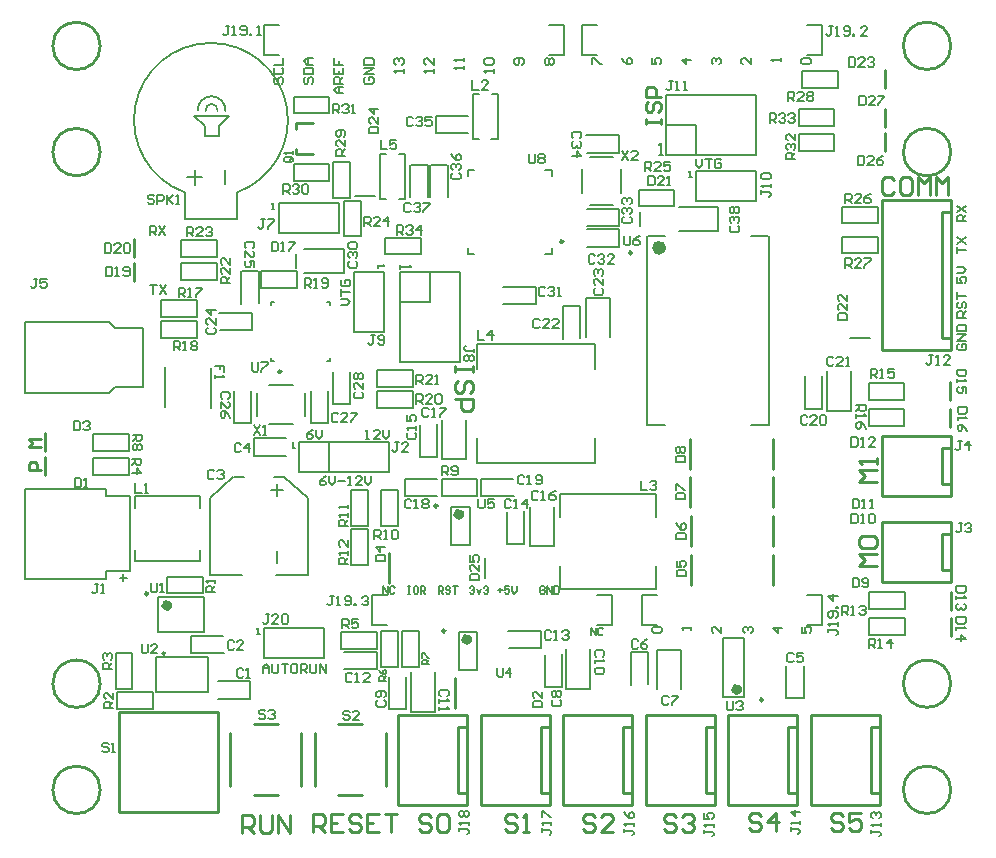
<source format=gto>
%FSLAX23Y23*%
%MOIN*%
G70*
G01*
G75*
%ADD10R,0.039X0.037*%
%ADD11R,0.050X0.060*%
%ADD12R,0.060X0.050*%
%ADD13R,0.059X0.039*%
%ADD14R,0.083X0.026*%
%ADD15R,0.256X0.630*%
%ADD16R,0.035X0.031*%
%ADD17R,0.035X0.031*%
%ADD18R,0.028X0.031*%
%ADD19R,0.039X0.059*%
%ADD20R,0.197X0.197*%
%ADD21R,0.035X0.010*%
%ADD22R,0.010X0.035*%
%ADD23R,0.118X0.177*%
%ADD24R,0.079X0.295*%
%ADD25R,0.126X0.059*%
%ADD26R,0.055X0.150*%
%ADD27R,0.050X0.014*%
%ADD28R,0.110X0.020*%
%ADD29R,0.098X0.079*%
%ADD30R,0.087X0.024*%
%ADD31R,0.071X0.016*%
%ADD32R,0.079X0.079*%
%ADD33R,0.047X0.043*%
%ADD34R,0.043X0.047*%
%ADD35R,0.063X0.197*%
%ADD36R,0.010X0.026*%
%ADD37R,0.026X0.010*%
%ADD38R,0.150X0.150*%
%ADD39R,0.037X0.039*%
G04:AMPARAMS|DCode=40|XSize=14mil|YSize=33mil|CornerRadius=1mil|HoleSize=0mil|Usage=FLASHONLY|Rotation=270.000|XOffset=0mil|YOffset=0mil|HoleType=Round|Shape=RoundedRectangle|*
%AMROUNDEDRECTD40*
21,1,0.014,0.031,0,0,270.0*
21,1,0.011,0.033,0,0,270.0*
1,1,0.003,-0.015,-0.006*
1,1,0.003,-0.015,0.006*
1,1,0.003,0.015,0.006*
1,1,0.003,0.015,-0.006*
%
%ADD40ROUNDEDRECTD40*%
%ADD41R,0.063X0.094*%
%ADD42C,0.008*%
%ADD43C,0.015*%
%ADD44C,0.020*%
%ADD45C,0.025*%
%ADD46C,0.018*%
%ADD47C,0.012*%
%ADD48C,0.010*%
%ADD49C,0.075*%
%ADD50C,0.065*%
%ADD51C,0.118*%
%ADD52C,0.035*%
%ADD53C,0.025*%
%ADD54C,0.039*%
G04:AMPARAMS|DCode=55|XSize=197mil|YSize=60mil|CornerRadius=15mil|HoleSize=0mil|Usage=FLASHONLY|Rotation=90.000|XOffset=0mil|YOffset=0mil|HoleType=Round|Shape=RoundedRectangle|*
%AMROUNDEDRECTD55*
21,1,0.197,0.030,0,0,90.0*
21,1,0.167,0.060,0,0,90.0*
1,1,0.030,0.015,0.083*
1,1,0.030,0.015,-0.083*
1,1,0.030,-0.015,-0.083*
1,1,0.030,-0.015,0.083*
%
%ADD55ROUNDEDRECTD55*%
%ADD56C,0.008*%
%ADD57C,0.010*%
%ADD58C,0.024*%
%ADD59C,0.030*%
D42*
X897Y1317D02*
X904D01*
X900D01*
Y1337D01*
X897Y1334D01*
D48*
X415Y831D02*
G03*
X415Y831I-5J0D01*
G01*
X256Y177D02*
G03*
X256Y177I-79J0D01*
G01*
Y2657D02*
G03*
X256Y2657I-79J0D01*
G01*
X3091D02*
G03*
X3091Y2657I-79J0D01*
G01*
Y177D02*
G03*
X3091Y177I-79J0D01*
G01*
X256Y531D02*
G03*
X256Y531I-79J0D01*
G01*
X3091D02*
G03*
X3091Y531I-79J0D01*
G01*
X256Y2303D02*
G03*
X256Y2303I-79J0D01*
G01*
X3091D02*
G03*
X3091Y2303I-79J0D01*
G01*
X2465Y477D02*
G03*
X2465Y477I-5J0D01*
G01*
X1406Y707D02*
G03*
X1406Y707I-5J0D01*
G01*
X1380Y1124D02*
G03*
X1380Y1124I-5J0D01*
G01*
X472Y633D02*
G03*
X472Y633I-4J0D01*
G01*
X319Y435D02*
X650D01*
Y104D02*
Y435D01*
X319Y104D02*
X650D01*
X319D02*
Y435D01*
X3090Y1387D02*
Y1447D01*
Y1475D02*
Y1535D01*
X3092Y778D02*
Y838D01*
Y691D02*
Y751D01*
X907Y2381D02*
Y2399D01*
Y2296D02*
Y2314D01*
Y2296D02*
X966D01*
X907Y2399D02*
X966D01*
X2872Y2387D02*
Y2447D01*
Y2307D02*
Y2367D01*
Y2515D02*
Y2575D01*
X369Y1952D02*
Y2012D01*
Y1874D02*
Y1934D01*
X73Y1305D02*
Y1365D01*
Y1225D02*
Y1285D01*
X2826Y165D02*
X2856D01*
X2826D02*
Y385D01*
X2856D01*
X2626Y425D02*
X2856D01*
X2626Y125D02*
Y425D01*
Y125D02*
X2856D01*
Y425D01*
X2580Y125D02*
Y425D01*
X2350Y125D02*
X2580D01*
X2350D02*
Y425D01*
X2580D01*
X2550Y385D02*
X2580D01*
X2550Y165D02*
Y385D01*
Y165D02*
X2580D01*
X2275D02*
X2305D01*
X2275D02*
Y385D01*
X2305D01*
X2075Y425D02*
X2305D01*
X2075Y125D02*
Y425D01*
Y125D02*
X2305D01*
Y425D01*
X2029Y125D02*
Y425D01*
X1799Y125D02*
X2029D01*
X1799D02*
Y425D01*
X2029D01*
X1999Y385D02*
X2029D01*
X1999Y165D02*
Y385D01*
Y165D02*
X2029D01*
X1724D02*
X1754D01*
X1724D02*
Y385D01*
X1754D01*
X1524Y425D02*
X1754D01*
X1524Y125D02*
Y425D01*
Y125D02*
X1754D01*
Y425D01*
X1478Y125D02*
Y425D01*
X1248Y125D02*
X1478D01*
X1248D02*
Y425D01*
X1478D01*
X1448Y385D02*
X1478D01*
X1448Y165D02*
Y385D01*
Y165D02*
X1478D01*
X971Y190D02*
Y367D01*
X1050Y160D02*
X1129D01*
X1207Y190D02*
Y367D01*
X1050Y396D02*
X1129D01*
X769D02*
X847D01*
X926Y190D02*
Y367D01*
X769Y160D02*
X847D01*
X690Y190D02*
Y367D01*
X3061Y1683D02*
X3091D01*
X3061D02*
Y2103D01*
X3091D01*
X2861Y2143D02*
X3091D01*
X2861Y1643D02*
Y2143D01*
Y1643D02*
X3091D01*
Y2143D01*
X3061Y909D02*
X3091D01*
X3061D02*
Y1029D01*
X3091D01*
X2861Y1069D02*
X3091D01*
X2861Y869D02*
Y1069D01*
Y869D02*
X3091D01*
Y1069D01*
X3061Y1196D02*
X3091D01*
X3061D02*
Y1316D01*
X3091D01*
X2861Y1356D02*
X3091D01*
X2861Y1156D02*
Y1356D01*
Y1156D02*
X3091D01*
Y1356D01*
X1438Y449D02*
Y549D01*
X1220Y867D02*
Y967D01*
X2225Y860D02*
Y960D01*
X2224Y989D02*
Y1089D01*
X2223Y1121D02*
Y1221D01*
Y1245D02*
Y1345D01*
X2500Y860D02*
Y960D01*
X2499Y989D02*
Y1089D01*
X2498Y1121D02*
Y1221D01*
Y1245D02*
Y1345D01*
X1499Y1591D02*
Y1571D01*
Y1581D01*
X1439D01*
Y1591D01*
Y1571D01*
X1489Y1501D02*
X1499Y1511D01*
Y1531D01*
X1489Y1541D01*
X1479D01*
X1469Y1531D01*
Y1511D01*
X1459Y1501D01*
X1449D01*
X1439Y1511D01*
Y1531D01*
X1449Y1541D01*
X1439Y1481D02*
X1499D01*
Y1451D01*
X1489Y1441D01*
X1469D01*
X1459Y1451D01*
Y1481D01*
X2846Y1203D02*
X2786D01*
X2806Y1223D01*
X2786Y1243D01*
X2846D01*
Y1263D02*
Y1283D01*
Y1273D01*
X2786D01*
X2796Y1263D01*
X2846Y922D02*
X2786D01*
X2806Y942D01*
X2786Y962D01*
X2846D01*
X2796Y982D02*
X2786Y992D01*
Y1012D01*
X2796Y1022D01*
X2836D01*
X2846Y1012D01*
Y992D01*
X2836Y982D01*
X2796D01*
X2903Y2210D02*
X2893Y2220D01*
X2873D01*
X2863Y2210D01*
Y2170D01*
X2873Y2160D01*
X2893D01*
X2903Y2170D01*
X2953Y2220D02*
X2933D01*
X2923Y2210D01*
Y2170D01*
X2933Y2160D01*
X2953D01*
X2963Y2170D01*
Y2210D01*
X2953Y2220D01*
X2983Y2160D02*
Y2220D01*
X3003Y2200D01*
X3023Y2220D01*
Y2160D01*
X3043D02*
Y2220D01*
X3063Y2200D01*
X3083Y2220D01*
Y2160D01*
X727Y34D02*
Y94D01*
X757D01*
X767Y84D01*
Y64D01*
X757Y54D01*
X727D01*
X747D02*
X767Y34D01*
X787Y94D02*
Y44D01*
X797Y34D01*
X817D01*
X827Y44D01*
Y94D01*
X847Y34D02*
Y94D01*
X887Y34D01*
Y94D01*
X965Y35D02*
Y95D01*
X995D01*
X1005Y85D01*
Y65D01*
X995Y55D01*
X965D01*
X985D02*
X1005Y35D01*
X1065Y95D02*
X1025D01*
Y35D01*
X1065D01*
X1025Y65D02*
X1045D01*
X1125Y85D02*
X1115Y95D01*
X1095D01*
X1085Y85D01*
Y75D01*
X1095Y65D01*
X1115D01*
X1125Y55D01*
Y45D01*
X1115Y35D01*
X1095D01*
X1085Y45D01*
X1185Y95D02*
X1145D01*
Y35D01*
X1185D01*
X1145Y65D02*
X1165D01*
X1205Y95D02*
X1245D01*
X1225D01*
Y35D01*
X1358Y88D02*
X1348Y98D01*
X1328D01*
X1318Y88D01*
Y78D01*
X1328Y68D01*
X1348D01*
X1358Y58D01*
Y48D01*
X1348Y38D01*
X1328D01*
X1318Y48D01*
X1378Y88D02*
X1388Y98D01*
X1408D01*
X1418Y88D01*
Y48D01*
X1408Y38D01*
X1388D01*
X1378Y48D01*
Y88D01*
X1644Y87D02*
X1634Y97D01*
X1614D01*
X1604Y87D01*
Y77D01*
X1614Y67D01*
X1634D01*
X1644Y57D01*
Y47D01*
X1634Y37D01*
X1614D01*
X1604Y47D01*
X1664Y37D02*
X1684D01*
X1674D01*
Y97D01*
X1664Y87D01*
X1905Y88D02*
X1895Y98D01*
X1875D01*
X1865Y88D01*
Y78D01*
X1875Y68D01*
X1895D01*
X1905Y58D01*
Y48D01*
X1895Y38D01*
X1875D01*
X1865Y48D01*
X1965Y38D02*
X1925D01*
X1965Y78D01*
Y88D01*
X1955Y98D01*
X1935D01*
X1925Y88D01*
X2174Y86D02*
X2164Y96D01*
X2144D01*
X2134Y86D01*
Y76D01*
X2144Y66D01*
X2164D01*
X2174Y56D01*
Y46D01*
X2164Y36D01*
X2144D01*
X2134Y46D01*
X2194Y86D02*
X2204Y96D01*
X2224D01*
X2234Y86D01*
Y76D01*
X2224Y66D01*
X2214D01*
X2224D01*
X2234Y56D01*
Y46D01*
X2224Y36D01*
X2204D01*
X2194Y46D01*
X2459Y91D02*
X2449Y101D01*
X2429D01*
X2419Y91D01*
Y81D01*
X2429Y71D01*
X2449D01*
X2459Y61D01*
Y51D01*
X2449Y41D01*
X2429D01*
X2419Y51D01*
X2509Y41D02*
Y101D01*
X2479Y71D01*
X2519D01*
X2733Y90D02*
X2723Y100D01*
X2703D01*
X2693Y90D01*
Y80D01*
X2703Y70D01*
X2723D01*
X2733Y60D01*
Y50D01*
X2723Y40D01*
X2703D01*
X2693Y50D01*
X2793Y100D02*
X2753D01*
Y70D01*
X2773Y80D01*
X2783D01*
X2793Y70D01*
Y50D01*
X2783Y40D01*
X2763D01*
X2753Y50D01*
X58Y1244D02*
X18D01*
Y1264D01*
X25Y1271D01*
X38D01*
X45Y1264D01*
Y1244D01*
X57Y1321D02*
X17D01*
X30Y1334D01*
X17Y1348D01*
X57D01*
X2074Y2396D02*
Y2413D01*
Y2404D01*
X2124D01*
Y2396D01*
Y2413D01*
X2082Y2471D02*
X2074Y2463D01*
Y2446D01*
X2082Y2438D01*
X2091D01*
X2099Y2446D01*
Y2463D01*
X2107Y2471D01*
X2116D01*
X2124Y2463D01*
Y2446D01*
X2116Y2438D01*
X2124Y2488D02*
X2074D01*
Y2513D01*
X2082Y2521D01*
X2099D01*
X2107Y2513D01*
Y2488D01*
D56*
X713Y2169D02*
G03*
X537Y2169I-88J241D01*
G01*
X647Y2441D02*
G03*
X607Y2441I-20J2D01*
G01*
X673Y2440D02*
G03*
X581Y2441I-46J3D01*
G01*
X760Y1400D02*
Y1508D01*
X702Y1400D02*
Y1507D01*
X703Y1400D02*
X759D01*
X1753Y2625D02*
X1803D01*
Y2725D01*
X1753D02*
X1803D01*
X803D02*
X853D01*
X803Y2625D02*
X853D01*
X803D02*
Y2725D01*
X1863Y2625D02*
Y2725D01*
Y2625D02*
X1913D01*
X1863Y2725D02*
X1913D01*
X2613D02*
X2663D01*
Y2625D02*
Y2725D01*
X2613Y2625D02*
X2663D01*
X1163Y825D02*
X1213D01*
X1163Y725D02*
Y825D01*
Y725D02*
X1213D01*
X1913D02*
X1963D01*
X1913Y825D02*
X1963D01*
Y725D02*
Y825D01*
X2663Y725D02*
Y825D01*
X2613D02*
X2663D01*
X2613Y725D02*
X2663D01*
X2063D02*
X2113D01*
X2063D02*
Y825D01*
X2113D01*
X538Y2080D02*
X711D01*
X538D02*
Y2169D01*
X712Y2080D02*
Y2169D01*
X673Y2195D02*
Y2244D01*
X546Y2219D02*
X595D01*
X571Y2194D02*
Y2243D01*
X570Y2424D02*
X686D01*
X652Y2390D02*
X686Y2424D01*
X604Y2355D02*
Y2390D01*
X570Y2424D02*
X604Y2390D01*
Y2355D02*
X652D01*
Y2390D01*
X1189Y2147D02*
Y2297D01*
X1210D01*
X1189Y2147D02*
X1209D01*
X1253Y2297D02*
X1273D01*
X1252Y2147D02*
X1273D01*
Y2297D01*
X1106Y2156D02*
X1173D01*
X2080Y1393D02*
Y2023D01*
X2484Y1393D02*
Y2023D01*
X2426Y2023D02*
X2483D01*
X2081D02*
X2138D01*
X2081Y1393D02*
X2138D01*
X2426D02*
X2483D01*
X1955Y1685D02*
Y1816D01*
X1875Y1685D02*
Y1816D01*
X1955D01*
X2679Y1441D02*
Y1572D01*
X2759Y1441D02*
Y1572D01*
X2679Y1441D02*
X2759D01*
X803Y616D02*
Y716D01*
Y616D02*
X1003D01*
Y716D01*
X803D02*
X1003D01*
X2055Y2056D02*
Y2104D01*
X908Y1916D02*
Y1964D01*
X1537Y882D02*
Y949D01*
X2756Y1683D02*
X2823D01*
X1067Y1900D02*
Y1980D01*
X936D02*
X1067D01*
X936Y1900D02*
X1067D01*
X1761Y1963D02*
Y1984D01*
X1740Y1963D02*
X1761D01*
X1481D02*
X1502D01*
X1481D02*
Y1984D01*
Y2222D02*
Y2243D01*
X1502D01*
X1740D02*
X1761D01*
Y2222D02*
Y2243D01*
X920Y1237D02*
Y1337D01*
Y1237D02*
X1220D01*
Y1337D01*
X920D02*
X1220D01*
X1020Y1237D02*
Y1337D01*
X1906Y1268D02*
Y1349D01*
X1512Y1268D02*
X1906D01*
X1512Y1268D02*
Y1349D01*
X1906Y1581D02*
Y1662D01*
X1512Y1581D02*
Y1662D01*
X1512Y1662D02*
X1906D01*
X2110Y848D02*
Y922D01*
Y1088D02*
Y1161D01*
X1790Y1162D02*
X2109D01*
X1790Y1088D02*
Y1162D01*
X1792Y848D02*
X2108D01*
X1790D02*
Y922D01*
X471Y1454D02*
Y1587D01*
X625Y1450D02*
Y1583D01*
X1497Y2348D02*
Y2498D01*
X1518D01*
X1497Y2348D02*
X1517D01*
X1561Y2498D02*
X1581D01*
X1560Y2348D02*
X1581D01*
Y2498D01*
X842Y893D02*
X948D01*
X622D02*
X728D01*
X701Y1220D02*
X736D01*
X834Y1221D02*
X869D01*
X870Y1220D02*
X948Y1149D01*
Y894D02*
Y1149D01*
X622D02*
X700Y1220D01*
X622Y894D02*
Y1149D01*
X844Y1157D02*
Y1197D01*
X824Y1177D02*
X864D01*
X844Y933D02*
Y972D01*
X450Y702D02*
X602D01*
X450Y820D02*
X602D01*
Y702D02*
Y820D01*
X450Y702D02*
Y820D01*
X400Y1520D02*
Y1717D01*
X305Y1520D02*
X400D01*
X286Y1500D02*
X305Y1520D01*
X6Y1500D02*
X286D01*
X305Y1717D02*
X400D01*
X286Y1736D02*
X305Y1717D01*
X6Y1736D02*
X286D01*
X6Y1500D02*
Y1736D01*
X2193Y512D02*
Y643D01*
X2113Y512D02*
Y643D01*
X2193D01*
X1395Y1280D02*
X1475D01*
Y1411D01*
X1395Y1280D02*
Y1411D01*
X1690Y990D02*
Y1121D01*
X1770Y990D02*
Y1121D01*
X1690Y990D02*
X1770D01*
X1810Y514D02*
X1890D01*
Y645D01*
X1810Y514D02*
Y645D01*
X1291Y438D02*
Y569D01*
X1371Y438D02*
Y569D01*
X1291Y438D02*
X1371D01*
X2331Y683D02*
X2402D01*
X2331Y487D02*
X2402D01*
X2331D02*
Y683D01*
X2402Y487D02*
Y683D01*
X1452Y577D02*
Y703D01*
X1513Y577D02*
Y703D01*
X1452D02*
X1513D01*
X1452Y577D02*
X1513D01*
X1426Y994D02*
X1487D01*
X1426Y1120D02*
X1487D01*
Y994D02*
Y1120D01*
X1426Y994D02*
Y1120D01*
X939Y1422D02*
Y1500D01*
X820Y1527D02*
X898D01*
X820Y1395D02*
X898D01*
X779Y1422D02*
Y1500D01*
X1888Y2127D02*
X1966D01*
X1993Y2168D02*
Y2246D01*
X1861Y2168D02*
Y2246D01*
X1888Y2287D02*
X1966D01*
X852Y2134D02*
X1052D01*
Y2034D02*
Y2134D01*
X852Y2034D02*
X1052D01*
X852D02*
Y2134D01*
X1203Y1702D02*
Y1902D01*
X1103Y1702D02*
X1203D01*
X1103D02*
Y1902D01*
X1203D01*
X2243Y2239D02*
X2443D01*
Y2139D02*
Y2239D01*
X2243Y2139D02*
X2443D01*
X2243D02*
Y2239D01*
X371Y1155D02*
X590D01*
X371Y939D02*
X589D01*
X371Y1117D02*
Y1155D01*
X589Y939D02*
Y977D01*
X590Y1116D02*
Y1155D01*
X371Y939D02*
Y978D01*
X825Y1607D02*
Y1617D01*
X826Y1607D02*
X836D01*
X826Y1804D02*
X836D01*
X826Y1793D02*
Y1803D01*
X1023Y1794D02*
Y1804D01*
X1012D02*
X1022D01*
X1023Y1607D02*
Y1617D01*
X1013Y1606D02*
X1023D01*
X1798Y1789D02*
X1854D01*
X1855Y1682D02*
Y1789D01*
X1797Y1681D02*
Y1789D01*
X2663Y1448D02*
Y1556D01*
X2605Y1448D02*
Y1555D01*
X2606Y1448D02*
X2662D01*
X1290Y2152D02*
Y2260D01*
X1348Y2153D02*
Y2260D01*
X1291D02*
X1347D01*
X1357D02*
X1413D01*
X1414Y2153D02*
Y2260D01*
X1356Y2152D02*
Y2260D01*
X1375Y2365D02*
X1483D01*
X1375Y2423D02*
X1482D01*
X1375Y2366D02*
Y2422D01*
X1984Y2302D02*
Y2358D01*
X1877Y2301D02*
X1984D01*
X1876Y2359D02*
X1984D01*
X1878Y2113D02*
X1986D01*
X1879Y2055D02*
X1986D01*
Y2056D02*
Y2112D01*
Y1988D02*
Y2044D01*
X1879Y1987D02*
X1986D01*
X1878Y2045D02*
X1986D01*
X1090Y1462D02*
Y1570D01*
X1032Y1462D02*
Y1569D01*
X1033Y1462D02*
X1089D01*
X959Y1400D02*
X1015D01*
X958D02*
Y1507D01*
X1016Y1400D02*
Y1508D01*
X1526Y1157D02*
Y1213D01*
Y1214D02*
X1633D01*
X1526Y1156D02*
X1634D01*
X1616Y707D02*
X1724D01*
X1617Y649D02*
X1724D01*
Y650D02*
Y706D01*
X1272Y1157D02*
Y1213D01*
Y1214D02*
X1379D01*
X1272Y1156D02*
X1380D01*
X1069Y637D02*
X1177D01*
X1070Y579D02*
X1177D01*
Y580D02*
Y636D01*
X559Y633D02*
Y689D01*
Y690D02*
X666D01*
X559Y632D02*
X667D01*
X647Y539D02*
X755D01*
X648Y481D02*
X755D01*
Y482D02*
Y538D01*
X768Y1292D02*
Y1348D01*
Y1349D02*
X875D01*
X768Y1291D02*
X876D01*
X2601Y482D02*
Y590D01*
X2543Y482D02*
Y589D01*
X2544Y482D02*
X2600D01*
X2025Y636D02*
X2081D01*
X2082Y529D02*
Y636D01*
X2024Y528D02*
Y636D01*
X1795Y521D02*
Y629D01*
X1737Y521D02*
Y628D01*
X1738Y521D02*
X1794D01*
X1219Y446D02*
X1275D01*
X1218D02*
Y553D01*
X1276Y446D02*
Y554D01*
X1669Y997D02*
Y1105D01*
X1611Y997D02*
Y1104D01*
X1612Y997D02*
X1668D01*
X1322Y1287D02*
X1378D01*
X1321D02*
Y1394D01*
X1379Y1287D02*
Y1395D01*
X726Y1798D02*
Y1906D01*
X784Y1799D02*
Y1906D01*
X727D02*
X783D01*
X761Y1710D02*
Y1766D01*
X654Y1709D02*
X761D01*
X653Y1767D02*
X761D01*
X1599Y1854D02*
X1707D01*
X1600Y1796D02*
X1707D01*
Y1797D02*
Y1853D01*
X2185Y2041D02*
X2316D01*
X2185Y2121D02*
X2316D01*
Y2041D02*
Y2121D01*
X2936Y1389D02*
Y1445D01*
X2817D02*
X2936D01*
X2817Y1389D02*
X2936D01*
X2817D02*
Y1445D01*
Y1477D02*
Y1533D01*
Y1477D02*
X2936D01*
X2817Y1533D02*
X2936D01*
Y1477D02*
Y1533D01*
X2938Y693D02*
Y749D01*
X2819D02*
X2938D01*
X2819Y693D02*
X2938D01*
X2819D02*
Y749D01*
Y780D02*
Y836D01*
Y780D02*
X2938D01*
X2819Y836D02*
X2938D01*
Y780D02*
Y836D01*
X2584Y2389D02*
Y2445D01*
Y2389D02*
X2703D01*
X2584Y2445D02*
X2703D01*
Y2389D02*
Y2445D01*
Y2308D02*
Y2364D01*
X2584D02*
X2703D01*
X2584Y2308D02*
X2703D01*
X2584D02*
Y2364D01*
X1020Y2432D02*
Y2488D01*
X901D02*
X1020D01*
X901Y2432D02*
X1020D01*
X901D02*
Y2488D01*
Y2207D02*
Y2263D01*
Y2207D02*
X1020D01*
X901Y2263D02*
X1020D01*
Y2207D02*
Y2263D01*
X1033Y2269D02*
X1089D01*
X1033Y2150D02*
Y2269D01*
X1089Y2150D02*
Y2269D01*
X1033Y2150D02*
X1089D01*
X2596Y2517D02*
Y2573D01*
Y2517D02*
X2715D01*
X2596Y2573D02*
X2715D01*
Y2517D02*
Y2573D01*
X2729Y1965D02*
Y2021D01*
Y1965D02*
X2848D01*
X2729Y2021D02*
X2848D01*
Y1965D02*
Y2021D01*
Y2065D02*
Y2121D01*
X2729D02*
X2848D01*
X2729Y2065D02*
X2848D01*
X2729D02*
Y2121D01*
X2170Y2122D02*
Y2178D01*
X2051D02*
X2170D01*
X2051Y2122D02*
X2170D01*
X2051D02*
Y2178D01*
X1069Y2022D02*
X1125D01*
Y2141D01*
X1069Y2022D02*
Y2141D01*
X1125D01*
X525Y1954D02*
Y2010D01*
Y1954D02*
X644D01*
X525Y2010D02*
X644D01*
Y1954D02*
Y2010D01*
Y1876D02*
Y1932D01*
X525D02*
X644D01*
X525Y1876D02*
X644D01*
X525D02*
Y1932D01*
X1299Y1521D02*
Y1577D01*
X1180D02*
X1299D01*
X1180Y1521D02*
X1299D01*
X1180D02*
Y1577D01*
Y1451D02*
Y1507D01*
Y1451D02*
X1299D01*
X1180Y1507D02*
X1299D01*
Y1451D02*
Y1507D01*
X793Y1850D02*
Y1906D01*
Y1850D02*
X912D01*
X793Y1906D02*
X912D01*
Y1850D02*
Y1906D01*
X578Y1684D02*
Y1740D01*
X459D02*
X578D01*
X459Y1684D02*
X578D01*
X459D02*
Y1740D01*
Y1754D02*
Y1810D01*
Y1754D02*
X578D01*
X459Y1810D02*
X578D01*
Y1754D02*
Y1810D01*
X232Y1307D02*
Y1363D01*
Y1307D02*
X351D01*
X232Y1363D02*
X351D01*
Y1307D02*
Y1363D01*
X1093Y928D02*
X1149D01*
Y1047D01*
X1093Y928D02*
Y1047D01*
X1149D01*
X1093Y1175D02*
X1149D01*
X1093Y1056D02*
Y1175D01*
X1149Y1056D02*
Y1175D01*
X1093Y1056D02*
X1149D01*
X1192Y1175D02*
X1248D01*
X1192Y1056D02*
Y1175D01*
X1248Y1056D02*
Y1175D01*
X1192Y1056D02*
X1248D01*
X1513Y1157D02*
Y1213D01*
X1394D02*
X1513D01*
X1394Y1157D02*
X1513D01*
X1394D02*
Y1213D01*
X1263Y705D02*
X1319D01*
X1263Y586D02*
Y705D01*
X1319Y586D02*
Y705D01*
X1263Y586D02*
X1319D01*
X1193Y705D02*
X1249D01*
X1193Y586D02*
Y705D01*
X1249Y586D02*
Y705D01*
X1193Y586D02*
X1249D01*
X1177Y647D02*
Y703D01*
X1058D02*
X1177D01*
X1058Y647D02*
X1177D01*
X1058D02*
Y703D01*
X598Y832D02*
Y888D01*
X479D02*
X598D01*
X479Y832D02*
X598D01*
X479D02*
Y888D01*
X431Y447D02*
Y503D01*
X312D02*
X431D01*
X312Y447D02*
X431D01*
X312D02*
Y503D01*
X307Y633D02*
X363D01*
X307Y514D02*
Y633D01*
X363Y514D02*
Y633D01*
X307Y514D02*
X363D01*
X232Y1227D02*
Y1283D01*
Y1227D02*
X351D01*
X232Y1283D02*
X351D01*
Y1227D02*
Y1283D01*
X1206Y1962D02*
Y2018D01*
Y1962D02*
X1325D01*
X1206Y2018D02*
X1325D01*
Y1962D02*
Y2018D01*
X1354Y1802D02*
Y1902D01*
X1254D02*
X1354D01*
X1254Y1602D02*
Y1902D01*
Y1602D02*
X1354D01*
Y1902D02*
X1454D01*
X1354Y1602D02*
X1454D01*
Y1902D01*
X1254Y1802D02*
X1354D01*
X2243Y2294D02*
Y2394D01*
X2143Y2494D02*
X2443D01*
Y2394D02*
Y2494D01*
X2143Y2394D02*
Y2494D01*
X2443Y2294D02*
Y2394D01*
X2143Y2294D02*
X2443D01*
X2143D02*
Y2394D01*
X2243D01*
X441Y619D02*
X615D01*
X441Y503D02*
Y619D01*
Y503D02*
X615D01*
Y619D01*
X5Y880D02*
X275D01*
X5D02*
Y1180D01*
X275D01*
Y905D02*
X355D01*
Y1155D01*
X275D02*
X355D01*
X275D02*
Y1180D01*
Y880D02*
Y905D01*
X683Y1481D02*
X688Y1486D01*
Y1497D01*
X683Y1502D01*
X662D01*
X657Y1497D01*
Y1486D01*
X662Y1481D01*
X657Y1450D02*
Y1471D01*
X678Y1450D01*
X683D01*
X688Y1455D01*
Y1465D01*
X683Y1471D01*
X688Y1418D02*
X683Y1429D01*
X673Y1439D01*
X662D01*
X657Y1434D01*
Y1423D01*
X662Y1418D01*
X667D01*
X673Y1423D01*
Y1439D01*
X1245Y2028D02*
Y2059D01*
X1261D01*
X1266Y2054D01*
Y2044D01*
X1261Y2038D01*
X1245D01*
X1255D02*
X1266Y2028D01*
X1276Y2054D02*
X1282Y2059D01*
X1292D01*
X1297Y2054D01*
Y2049D01*
X1292Y2044D01*
X1287D01*
X1292D01*
X1297Y2038D01*
Y2033D01*
X1292Y2028D01*
X1282D01*
X1276Y2033D01*
X1324Y2028D02*
Y2059D01*
X1308Y2044D01*
X1329D01*
X1739Y1849D02*
X1734Y1854D01*
X1723D01*
X1718Y1849D01*
Y1828D01*
X1723Y1823D01*
X1734D01*
X1739Y1828D01*
X1749Y1849D02*
X1755Y1854D01*
X1765D01*
X1770Y1849D01*
Y1844D01*
X1765Y1839D01*
X1760D01*
X1765D01*
X1770Y1833D01*
Y1828D01*
X1765Y1823D01*
X1755D01*
X1749Y1828D01*
X1781Y1823D02*
X1791D01*
X1786D01*
Y1854D01*
X1781Y1849D01*
X762Y1602D02*
Y1576D01*
X767Y1571D01*
X778D01*
X783Y1576D01*
Y1602D01*
X793D02*
X814D01*
Y1597D01*
X793Y1576D01*
Y1571D01*
X615Y1718D02*
X610Y1713D01*
Y1702D01*
X615Y1697D01*
X636D01*
X641Y1702D01*
Y1713D01*
X636Y1718D01*
X641Y1749D02*
Y1728D01*
X620Y1749D01*
X615D01*
X610Y1744D01*
Y1734D01*
X615Y1728D01*
X641Y1776D02*
X610D01*
X625Y1760D01*
Y1781D01*
X764Y1983D02*
X769Y1988D01*
Y1999D01*
X764Y2004D01*
X743D01*
X738Y1999D01*
Y1988D01*
X743Y1983D01*
X738Y1952D02*
Y1973D01*
X759Y1952D01*
X764D01*
X769Y1957D01*
Y1967D01*
X764Y1973D01*
X769Y1920D02*
Y1941D01*
X754D01*
X759Y1931D01*
Y1925D01*
X754Y1920D01*
X743D01*
X738Y1925D01*
Y1936D01*
X743Y1941D01*
X2760Y1352D02*
Y1321D01*
X2776D01*
X2781Y1326D01*
Y1347D01*
X2776Y1352D01*
X2760D01*
X2791Y1321D02*
X2802D01*
X2797D01*
Y1352D01*
X2791Y1347D01*
X2839Y1321D02*
X2818D01*
X2839Y1342D01*
Y1347D01*
X2833Y1352D01*
X2823D01*
X2818Y1347D01*
X2764Y1146D02*
Y1115D01*
X2780D01*
X2785Y1120D01*
Y1141D01*
X2780Y1146D01*
X2764D01*
X2795Y1115D02*
X2806D01*
X2801D01*
Y1146D01*
X2795Y1141D01*
X2822Y1115D02*
X2832D01*
X2827D01*
Y1146D01*
X2822Y1141D01*
X2760Y1097D02*
Y1066D01*
X2776D01*
X2781Y1071D01*
Y1092D01*
X2776Y1097D01*
X2760D01*
X2791Y1066D02*
X2802D01*
X2797D01*
Y1097D01*
X2791Y1092D01*
X2818D02*
X2823Y1097D01*
X2833D01*
X2839Y1092D01*
Y1071D01*
X2833Y1066D01*
X2823D01*
X2818Y1071D01*
Y1092D01*
X2764Y883D02*
Y852D01*
X2780D01*
X2785Y857D01*
Y878D01*
X2780Y883D01*
X2764D01*
X2795Y857D02*
X2801Y852D01*
X2811D01*
X2816Y857D01*
Y878D01*
X2811Y883D01*
X2801D01*
X2795Y878D01*
Y873D01*
X2801Y868D01*
X2816D01*
X2175Y1269D02*
X2206D01*
Y1285D01*
X2201Y1290D01*
X2180D01*
X2175Y1285D01*
Y1269D01*
X2180Y1300D02*
X2175Y1306D01*
Y1316D01*
X2180Y1321D01*
X2185D01*
X2190Y1316D01*
X2196Y1321D01*
X2201D01*
X2206Y1316D01*
Y1306D01*
X2201Y1300D01*
X2196D01*
X2190Y1306D01*
X2185Y1300D01*
X2180D01*
X2190Y1306D02*
Y1316D01*
X2175Y1145D02*
X2206D01*
Y1161D01*
X2201Y1166D01*
X2180D01*
X2175Y1161D01*
Y1145D01*
Y1176D02*
Y1197D01*
X2180D01*
X2201Y1176D01*
X2206D01*
X2176Y1013D02*
X2207D01*
Y1029D01*
X2202Y1034D01*
X2181D01*
X2176Y1029D01*
Y1013D01*
Y1065D02*
X2181Y1055D01*
X2191Y1044D01*
X2202D01*
X2207Y1050D01*
Y1060D01*
X2202Y1065D01*
X2197D01*
X2191Y1060D01*
Y1044D01*
X2177Y889D02*
X2208D01*
Y905D01*
X2203Y910D01*
X2182D01*
X2177Y905D01*
Y889D01*
Y941D02*
Y920D01*
X2192D01*
X2187Y931D01*
Y936D01*
X2192Y941D01*
X2203D01*
X2208Y936D01*
Y926D01*
X2203Y920D01*
X373Y1199D02*
Y1168D01*
X394D01*
X404D02*
X415D01*
X410D01*
Y1199D01*
X404Y1194D01*
X1501Y1636D02*
Y1647D01*
Y1641D01*
X1475D01*
X1470Y1647D01*
Y1652D01*
X1475Y1657D01*
X1496Y1626D02*
X1501Y1620D01*
Y1610D01*
X1496Y1605D01*
X1491D01*
X1486Y1610D01*
X1480Y1605D01*
X1475D01*
X1470Y1610D01*
Y1620D01*
X1475Y1626D01*
X1480D01*
X1486Y1620D01*
X1491Y1626D01*
X1496D01*
X1486Y1620D02*
Y1610D01*
X2242Y2280D02*
Y2259D01*
X2252Y2249D01*
X2263Y2259D01*
Y2280D01*
X2273D02*
X2294D01*
X2284D01*
Y2249D01*
X2326Y2275D02*
X2321Y2280D01*
X2310D01*
X2305Y2275D01*
Y2254D01*
X2310Y2249D01*
X2321D01*
X2326Y2254D01*
Y2265D01*
X2315D01*
X2460Y2175D02*
Y2164D01*
Y2170D01*
X2486D01*
X2491Y2164D01*
Y2159D01*
X2486Y2154D01*
X2491Y2185D02*
Y2196D01*
Y2191D01*
X2460D01*
X2465Y2185D01*
Y2212D02*
X2460Y2217D01*
Y2227D01*
X2465Y2233D01*
X2486D01*
X2491Y2227D01*
Y2217D01*
X2486Y2212D01*
X2465D01*
X1058Y1793D02*
X1079D01*
X1089Y1803D01*
X1079Y1814D01*
X1058D01*
Y1824D02*
Y1845D01*
Y1835D01*
X1089D01*
X1063Y1877D02*
X1058Y1872D01*
Y1861D01*
X1063Y1856D01*
X1084D01*
X1089Y1861D01*
Y1872D01*
X1084Y1877D01*
X1073D01*
Y1866D01*
X1171Y1692D02*
X1160D01*
X1166D01*
Y1666D01*
X1160Y1661D01*
X1155D01*
X1150Y1666D01*
X1181D02*
X1187Y1661D01*
X1197D01*
X1202Y1666D01*
Y1687D01*
X1197Y1692D01*
X1187D01*
X1181Y1687D01*
Y1682D01*
X1187Y1677D01*
X1202D01*
X804Y2079D02*
X793D01*
X799D01*
Y2053D01*
X793Y2048D01*
X788D01*
X783Y2053D01*
X814Y2079D02*
X835D01*
Y2074D01*
X814Y2053D01*
Y2048D01*
X1995Y2307D02*
X2016Y2276D01*
Y2307D02*
X1995Y2276D01*
X2047D02*
X2026D01*
X2047Y2297D01*
Y2302D01*
X2042Y2307D01*
X2032D01*
X2026Y2302D01*
X768Y1392D02*
X789Y1361D01*
Y1392D02*
X768Y1361D01*
X799D02*
X810D01*
X805D01*
Y1392D01*
X799Y1387D01*
X1175Y939D02*
X1206D01*
Y955D01*
X1201Y960D01*
X1180D01*
X1175Y955D01*
Y939D01*
X1206Y986D02*
X1175D01*
X1190Y970D01*
Y991D01*
X1698Y452D02*
X1729D01*
Y468D01*
X1724Y473D01*
X1703D01*
X1698Y468D01*
Y452D01*
X1729Y504D02*
Y483D01*
X1708Y504D01*
X1703D01*
X1698Y499D01*
Y489D01*
X1703Y483D01*
X1516Y1146D02*
Y1120D01*
X1521Y1115D01*
X1532D01*
X1537Y1120D01*
Y1146D01*
X1568D02*
X1547D01*
Y1131D01*
X1558Y1136D01*
X1563D01*
X1568Y1131D01*
Y1120D01*
X1563Y1115D01*
X1553D01*
X1547Y1120D01*
X1580Y582D02*
Y559D01*
X1585Y554D01*
X1594D01*
X1598Y559D01*
Y582D01*
X1621Y554D02*
Y582D01*
X1608Y568D01*
X1626D01*
X2345Y473D02*
Y447D01*
X2350Y442D01*
X2361D01*
X2366Y447D01*
Y473D01*
X2376Y468D02*
X2382Y473D01*
X2392D01*
X2397Y468D01*
Y463D01*
X2392Y458D01*
X2387D01*
X2392D01*
X2397Y452D01*
Y447D01*
X2392Y442D01*
X2382D01*
X2376Y447D01*
X1283Y1368D02*
X1278Y1363D01*
Y1352D01*
X1283Y1347D01*
X1304D01*
X1309Y1352D01*
Y1363D01*
X1304Y1368D01*
X1309Y1378D02*
Y1389D01*
Y1384D01*
X1278D01*
X1283Y1378D01*
X1278Y1426D02*
Y1405D01*
X1293D01*
X1288Y1415D01*
Y1420D01*
X1293Y1426D01*
X1304D01*
X1309Y1420D01*
Y1410D01*
X1304Y1405D01*
X1625Y1141D02*
X1620Y1146D01*
X1609D01*
X1604Y1141D01*
Y1120D01*
X1609Y1115D01*
X1620D01*
X1625Y1120D01*
X1635Y1115D02*
X1646D01*
X1641D01*
Y1146D01*
X1635Y1141D01*
X1677Y1115D02*
Y1146D01*
X1662Y1131D01*
X1683D01*
X1181Y475D02*
X1176Y470D01*
Y459D01*
X1181Y454D01*
X1202D01*
X1207Y459D01*
Y470D01*
X1202Y475D01*
Y485D02*
X1207Y491D01*
Y501D01*
X1202Y506D01*
X1181D01*
X1176Y501D01*
Y491D01*
X1181Y485D01*
X1186D01*
X1191Y491D01*
Y506D01*
X1766Y477D02*
X1761Y472D01*
Y461D01*
X1766Y456D01*
X1787D01*
X1792Y461D01*
Y472D01*
X1787Y477D01*
X1766Y487D02*
X1761Y493D01*
Y503D01*
X1766Y508D01*
X1771D01*
X1776Y503D01*
X1782Y508D01*
X1787D01*
X1792Y503D01*
Y493D01*
X1787Y487D01*
X1782D01*
X1776Y493D01*
X1771Y487D01*
X1766D01*
X1776Y493D02*
Y503D01*
X2049Y674D02*
X2044Y679D01*
X2033D01*
X2028Y674D01*
Y653D01*
X2033Y648D01*
X2044D01*
X2049Y653D01*
X2080Y679D02*
X2070Y674D01*
X2059Y664D01*
Y653D01*
X2065Y648D01*
X2075D01*
X2080Y653D01*
Y658D01*
X2075Y664D01*
X2059D01*
X2567Y629D02*
X2562Y634D01*
X2551D01*
X2546Y629D01*
Y608D01*
X2551Y603D01*
X2562D01*
X2567Y608D01*
X2598Y634D02*
X2577D01*
Y619D01*
X2588Y624D01*
X2593D01*
X2598Y619D01*
Y608D01*
X2593Y603D01*
X2583D01*
X2577Y608D01*
X1412Y489D02*
X1417Y494D01*
Y505D01*
X1412Y510D01*
X1391D01*
X1386Y505D01*
Y494D01*
X1391Y489D01*
X1386Y479D02*
Y468D01*
Y473D01*
X1417D01*
X1412Y479D01*
X1386Y452D02*
Y442D01*
Y447D01*
X1417D01*
X1412Y452D01*
X1931Y621D02*
X1936Y626D01*
Y637D01*
X1931Y642D01*
X1910D01*
X1905Y637D01*
Y626D01*
X1910Y621D01*
X1905Y611D02*
Y600D01*
Y605D01*
X1936D01*
X1931Y611D01*
Y584D02*
X1936Y579D01*
Y569D01*
X1931Y563D01*
X1910D01*
X1905Y569D01*
Y579D01*
X1910Y584D01*
X1931D01*
X1716Y1169D02*
X1711Y1174D01*
X1700D01*
X1695Y1169D01*
Y1148D01*
X1700Y1143D01*
X1711D01*
X1716Y1148D01*
X1726Y1143D02*
X1737D01*
X1732D01*
Y1174D01*
X1726Y1169D01*
X1774Y1174D02*
X1763Y1169D01*
X1753Y1159D01*
Y1148D01*
X1758Y1143D01*
X1768D01*
X1774Y1148D01*
Y1153D01*
X1768Y1159D01*
X1753D01*
X1351Y1446D02*
X1346Y1451D01*
X1335D01*
X1330Y1446D01*
Y1425D01*
X1335Y1420D01*
X1346D01*
X1351Y1425D01*
X1361Y1420D02*
X1372D01*
X1367D01*
Y1451D01*
X1361Y1446D01*
X1388Y1451D02*
X1409D01*
Y1446D01*
X1388Y1425D01*
Y1420D01*
X2151Y486D02*
X2146Y491D01*
X2135D01*
X2130Y486D01*
Y465D01*
X2135Y460D01*
X2146D01*
X2151Y465D01*
X2161Y491D02*
X2182D01*
Y486D01*
X2161Y465D01*
Y460D01*
X725Y1328D02*
X720Y1333D01*
X709D01*
X704Y1328D01*
Y1307D01*
X709Y1302D01*
X720D01*
X725Y1307D01*
X751Y1302D02*
Y1333D01*
X735Y1318D01*
X756D01*
X3127Y1340D02*
X3116D01*
X3122D01*
Y1314D01*
X3116Y1309D01*
X3111D01*
X3106Y1314D01*
X3153Y1309D02*
Y1340D01*
X3137Y1325D01*
X3158D01*
X3129Y1066D02*
X3118D01*
X3124D01*
Y1040D01*
X3118Y1035D01*
X3113D01*
X3108Y1040D01*
X3139Y1061D02*
X3145Y1066D01*
X3155D01*
X3160Y1061D01*
Y1056D01*
X3155Y1051D01*
X3150D01*
X3155D01*
X3160Y1045D01*
Y1040D01*
X3155Y1035D01*
X3145D01*
X3139Y1040D01*
X3031Y1625D02*
X3020D01*
X3026D01*
Y1599D01*
X3020Y1594D01*
X3015D01*
X3010Y1599D01*
X3041Y1594D02*
X3052D01*
X3047D01*
Y1625D01*
X3041Y1620D01*
X3089Y1594D02*
X3068D01*
X3089Y1615D01*
Y1620D01*
X3083Y1625D01*
X3073D01*
X3068Y1620D01*
X46Y1881D02*
X35D01*
X41D01*
Y1855D01*
X35Y1850D01*
X30D01*
X25Y1855D01*
X77Y1881D02*
X56D01*
Y1866D01*
X67Y1871D01*
X72D01*
X77Y1866D01*
Y1855D01*
X72Y1850D01*
X62D01*
X56Y1855D01*
X284Y329D02*
X279Y334D01*
X268D01*
X263Y329D01*
Y324D01*
X268Y319D01*
X279D01*
X284Y313D01*
Y308D01*
X279Y303D01*
X268D01*
X263Y308D01*
X294Y303D02*
X305D01*
X300D01*
Y334D01*
X294Y329D01*
X733Y577D02*
X728Y582D01*
X717D01*
X712Y577D01*
Y556D01*
X717Y551D01*
X728D01*
X733Y556D01*
X743Y551D02*
X754D01*
X749D01*
Y582D01*
X743Y577D01*
X702Y670D02*
X697Y675D01*
X686D01*
X681Y670D01*
Y649D01*
X686Y644D01*
X697D01*
X702Y649D01*
X733Y644D02*
X712D01*
X733Y665D01*
Y670D01*
X728Y675D01*
X718D01*
X712Y670D01*
X362Y1281D02*
X393D01*
Y1265D01*
X388Y1260D01*
X378D01*
X372Y1265D01*
Y1281D01*
Y1271D02*
X362Y1260D01*
Y1234D02*
X393D01*
X378Y1250D01*
Y1229D01*
X296Y580D02*
X265D01*
Y596D01*
X270Y601D01*
X280D01*
X286Y596D01*
Y580D01*
Y590D02*
X296Y601D01*
X270Y611D02*
X265Y617D01*
Y627D01*
X270Y632D01*
X275D01*
X280Y627D01*
Y622D01*
Y627D01*
X286Y632D01*
X291D01*
X296Y627D01*
Y617D01*
X291Y611D01*
X300Y449D02*
X269D01*
Y465D01*
X274Y470D01*
X284D01*
X290Y465D01*
Y449D01*
Y459D02*
X300Y470D01*
Y501D02*
Y480D01*
X279Y501D01*
X274D01*
X269Y496D01*
Y486D01*
X274Y480D01*
X640Y835D02*
X609D01*
Y851D01*
X614Y856D01*
X624D01*
X630Y851D01*
Y835D01*
Y845D02*
X640Y856D01*
Y866D02*
Y877D01*
Y872D01*
X609D01*
X614Y866D01*
X806Y439D02*
X801Y444D01*
X790D01*
X785Y439D01*
Y434D01*
X790Y429D01*
X801D01*
X806Y423D01*
Y418D01*
X801Y413D01*
X790D01*
X785Y418D01*
X816Y439D02*
X822Y444D01*
X832D01*
X837Y439D01*
Y434D01*
X832Y429D01*
X827D01*
X832D01*
X837Y423D01*
Y418D01*
X832Y413D01*
X822D01*
X816Y418D01*
X1087Y436D02*
X1082Y441D01*
X1071D01*
X1066Y436D01*
Y431D01*
X1071Y426D01*
X1082D01*
X1087Y420D01*
Y415D01*
X1082Y410D01*
X1071D01*
X1066Y415D01*
X1118Y410D02*
X1097D01*
X1118Y431D01*
Y436D01*
X1113Y441D01*
X1103D01*
X1097Y436D01*
X425Y866D02*
Y840D01*
X430Y835D01*
X441D01*
X446Y840D01*
Y866D01*
X456Y835D02*
X467D01*
X462D01*
Y866D01*
X456Y861D01*
X636Y1239D02*
X631Y1244D01*
X620D01*
X615Y1239D01*
Y1218D01*
X620Y1213D01*
X631D01*
X636Y1218D01*
X646Y1239D02*
X652Y1244D01*
X662D01*
X667Y1239D01*
Y1234D01*
X662Y1229D01*
X657D01*
X662D01*
X667Y1223D01*
Y1218D01*
X662Y1213D01*
X652D01*
X646Y1218D01*
X1496Y2542D02*
Y2511D01*
X1517D01*
X1548D02*
X1527D01*
X1548Y2532D01*
Y2537D01*
X1543Y2542D01*
X1533D01*
X1527Y2537D01*
X669Y1570D02*
Y1591D01*
X654D01*
Y1581D01*
Y1591D01*
X638D01*
Y1560D02*
Y1549D01*
Y1554D01*
X669D01*
X664Y1560D01*
X1453Y50D02*
Y39D01*
Y45D01*
X1479D01*
X1484Y39D01*
Y34D01*
X1479Y29D01*
X1484Y60D02*
Y71D01*
Y66D01*
X1453D01*
X1458Y60D01*
Y87D02*
X1453Y92D01*
Y102D01*
X1458Y108D01*
X1463D01*
X1468Y102D01*
X1474Y108D01*
X1479D01*
X1484Y102D01*
Y92D01*
X1479Y87D01*
X1474D01*
X1468Y92D01*
X1463Y87D01*
X1458D01*
X1468Y92D02*
Y102D01*
X1728Y49D02*
Y38D01*
Y44D01*
X1754D01*
X1759Y38D01*
Y33D01*
X1754Y28D01*
X1759Y59D02*
Y70D01*
Y65D01*
X1728D01*
X1733Y59D01*
X1728Y86D02*
Y107D01*
X1733D01*
X1754Y86D01*
X1759D01*
X2003Y46D02*
Y35D01*
Y41D01*
X2029D01*
X2034Y35D01*
Y30D01*
X2029Y25D01*
X2034Y56D02*
Y67D01*
Y62D01*
X2003D01*
X2008Y56D01*
X2003Y104D02*
X2008Y93D01*
X2018Y83D01*
X2029D01*
X2034Y88D01*
Y98D01*
X2029Y104D01*
X2024D01*
X2018Y98D01*
Y83D01*
X2270Y43D02*
Y32D01*
Y38D01*
X2296D01*
X2301Y32D01*
Y27D01*
X2296Y22D01*
X2301Y53D02*
Y64D01*
Y59D01*
X2270D01*
X2275Y53D01*
X2270Y101D02*
Y80D01*
X2285D01*
X2280Y90D01*
Y95D01*
X2285Y101D01*
X2296D01*
X2301Y95D01*
Y85D01*
X2296Y80D01*
X2557Y52D02*
Y41D01*
Y47D01*
X2583D01*
X2588Y41D01*
Y36D01*
X2583Y31D01*
X2588Y62D02*
Y73D01*
Y68D01*
X2557D01*
X2562Y62D01*
X2588Y104D02*
X2557D01*
X2572Y89D01*
Y110D01*
X2825Y44D02*
Y33D01*
Y38D01*
X2853D01*
X2858Y33D01*
Y27D01*
X2853Y22D01*
X2858Y55D02*
Y66D01*
Y60D01*
X2825D01*
X2831Y55D01*
Y82D02*
X2825Y87D01*
Y98D01*
X2831Y104D01*
X2836D01*
X2842Y98D01*
Y93D01*
Y98D01*
X2847Y104D01*
X2853D01*
X2858Y98D01*
Y87D01*
X2853Y82D01*
X171Y1216D02*
Y1185D01*
X187D01*
X192Y1190D01*
Y1211D01*
X187Y1216D01*
X171D01*
X202Y1185D02*
X213D01*
X208D01*
Y1216D01*
X202Y1211D01*
X1063Y715D02*
Y746D01*
X1079D01*
X1084Y741D01*
Y731D01*
X1079Y725D01*
X1063D01*
X1073D02*
X1084Y715D01*
X1115Y746D02*
X1094D01*
Y731D01*
X1105Y736D01*
X1110D01*
X1115Y731D01*
Y720D01*
X1110Y715D01*
X1100D01*
X1094Y720D01*
X1208Y540D02*
X1186D01*
Y551D01*
X1190Y555D01*
X1197D01*
X1201Y551D01*
Y540D01*
Y547D02*
X1208Y555D01*
X1186Y577D02*
X1190Y569D01*
X1197Y562D01*
X1204D01*
X1208Y566D01*
Y573D01*
X1204Y577D01*
X1201D01*
X1197Y573D01*
Y562D01*
X1352Y596D02*
X1330D01*
Y607D01*
X1334Y611D01*
X1341D01*
X1345Y607D01*
Y596D01*
Y603D02*
X1352Y611D01*
X1330Y618D02*
Y633D01*
X1334D01*
X1348Y618D01*
X1352D01*
X1395Y1225D02*
Y1256D01*
X1411D01*
X1416Y1251D01*
Y1241D01*
X1411Y1235D01*
X1395D01*
X1405D02*
X1416Y1225D01*
X1426Y1230D02*
X1432Y1225D01*
X1442D01*
X1447Y1230D01*
Y1251D01*
X1442Y1256D01*
X1432D01*
X1426Y1251D01*
Y1246D01*
X1432Y1241D01*
X1447D01*
X1170Y1013D02*
Y1044D01*
X1186D01*
X1191Y1039D01*
Y1029D01*
X1186Y1023D01*
X1170D01*
X1180D02*
X1191Y1013D01*
X1201D02*
X1212D01*
X1207D01*
Y1044D01*
X1201Y1039D01*
X1228D02*
X1233Y1044D01*
X1243D01*
X1249Y1039D01*
Y1018D01*
X1243Y1013D01*
X1233D01*
X1228Y1018D01*
Y1039D01*
X1082Y1057D02*
X1051D01*
Y1073D01*
X1056Y1078D01*
X1066D01*
X1072Y1073D01*
Y1057D01*
Y1067D02*
X1082Y1078D01*
Y1088D02*
Y1099D01*
Y1094D01*
X1051D01*
X1056Y1088D01*
X1082Y1115D02*
Y1125D01*
Y1120D01*
X1051D01*
X1056Y1115D01*
X1082Y930D02*
X1051D01*
Y946D01*
X1056Y951D01*
X1066D01*
X1072Y946D01*
Y930D01*
Y940D02*
X1082Y951D01*
Y961D02*
Y972D01*
Y967D01*
X1051D01*
X1056Y961D01*
X1082Y1009D02*
Y988D01*
X1061Y1009D01*
X1056D01*
X1051Y1003D01*
Y993D01*
X1056Y988D01*
X1096Y562D02*
X1091Y567D01*
X1080D01*
X1075Y562D01*
Y541D01*
X1080Y536D01*
X1091D01*
X1096Y541D01*
X1106Y536D02*
X1117D01*
X1112D01*
Y567D01*
X1106Y562D01*
X1154Y536D02*
X1133D01*
X1154Y557D01*
Y562D01*
X1148Y567D01*
X1138D01*
X1133Y562D01*
X1293Y1141D02*
X1288Y1146D01*
X1277D01*
X1272Y1141D01*
Y1120D01*
X1277Y1115D01*
X1288D01*
X1293Y1120D01*
X1303Y1115D02*
X1314D01*
X1309D01*
Y1146D01*
X1303Y1141D01*
X1330D02*
X1335Y1146D01*
X1345D01*
X1351Y1141D01*
Y1136D01*
X1345Y1131D01*
X1351Y1125D01*
Y1120D01*
X1345Y1115D01*
X1335D01*
X1330Y1120D01*
Y1125D01*
X1335Y1131D01*
X1330Y1136D01*
Y1141D01*
X1335Y1131D02*
X1345D01*
X1759Y704D02*
X1754Y709D01*
X1743D01*
X1738Y704D01*
Y683D01*
X1743Y678D01*
X1754D01*
X1759Y683D01*
X1769Y678D02*
X1780D01*
X1775D01*
Y709D01*
X1769Y704D01*
X1796D02*
X1801Y709D01*
X1811D01*
X1817Y704D01*
Y699D01*
X1811Y694D01*
X1806D01*
X1811D01*
X1817Y688D01*
Y683D01*
X1811Y678D01*
X1801D01*
X1796Y683D01*
X1670Y1221D02*
X1665Y1226D01*
X1654D01*
X1649Y1221D01*
Y1200D01*
X1654Y1195D01*
X1665D01*
X1670Y1200D01*
X1680Y1195D02*
X1691D01*
X1686D01*
Y1226D01*
X1680Y1221D01*
X1707Y1200D02*
X1712Y1195D01*
X1722D01*
X1728Y1200D01*
Y1221D01*
X1722Y1226D01*
X1712D01*
X1707Y1221D01*
Y1216D01*
X1712Y1211D01*
X1728D01*
X2058Y1207D02*
Y1176D01*
X2079D01*
X2089Y1202D02*
X2095Y1207D01*
X2105D01*
X2110Y1202D01*
Y1197D01*
X2105Y1192D01*
X2100D01*
X2105D01*
X2110Y1186D01*
Y1181D01*
X2105Y1176D01*
X2095D01*
X2089Y1181D01*
X1515Y1709D02*
Y1678D01*
X1536D01*
X1562D02*
Y1709D01*
X1546Y1694D01*
X1567D01*
X1251Y1335D02*
X1240D01*
X1246D01*
Y1309D01*
X1240Y1304D01*
X1235D01*
X1230Y1309D01*
X1282Y1304D02*
X1261D01*
X1282Y1325D01*
Y1330D01*
X1277Y1335D01*
X1267D01*
X1261Y1330D01*
X169Y1406D02*
Y1375D01*
X185D01*
X190Y1380D01*
Y1401D01*
X185Y1406D01*
X169D01*
X200Y1401D02*
X206Y1406D01*
X216D01*
X221Y1401D01*
Y1396D01*
X216Y1391D01*
X211D01*
X216D01*
X221Y1385D01*
Y1380D01*
X216Y1375D01*
X206D01*
X200Y1380D01*
X364Y1361D02*
X395D01*
Y1345D01*
X390Y1340D01*
X380D01*
X374Y1345D01*
Y1361D01*
Y1351D02*
X364Y1340D01*
X390Y1330D02*
X395Y1324D01*
Y1314D01*
X390Y1309D01*
X385D01*
X380Y1314D01*
X374Y1309D01*
X369D01*
X364Y1314D01*
Y1324D01*
X369Y1330D01*
X374D01*
X380Y1324D01*
X385Y1330D01*
X390D01*
X380Y1324D02*
Y1314D01*
X1685Y2297D02*
Y2271D01*
X1690Y2266D01*
X1701D01*
X1706Y2271D01*
Y2297D01*
X1716Y2292D02*
X1722Y2297D01*
X1732D01*
X1737Y2292D01*
Y2287D01*
X1732Y2282D01*
X1737Y2276D01*
Y2271D01*
X1732Y2266D01*
X1722D01*
X1716Y2271D01*
Y2276D01*
X1722Y2282D01*
X1716Y2287D01*
Y2292D01*
X1722Y2282D02*
X1732D01*
X517Y1820D02*
Y1851D01*
X533D01*
X538Y1846D01*
Y1836D01*
X533Y1830D01*
X517D01*
X527D02*
X538Y1820D01*
X548D02*
X559D01*
X554D01*
Y1851D01*
X548Y1846D01*
X575Y1851D02*
X596D01*
Y1846D01*
X575Y1825D01*
Y1820D01*
X501Y1642D02*
Y1673D01*
X517D01*
X522Y1668D01*
Y1658D01*
X517Y1652D01*
X501D01*
X511D02*
X522Y1642D01*
X532D02*
X543D01*
X538D01*
Y1673D01*
X532Y1668D01*
X559D02*
X564Y1673D01*
X574D01*
X580Y1668D01*
Y1663D01*
X574Y1658D01*
X580Y1652D01*
Y1647D01*
X574Y1642D01*
X564D01*
X559Y1647D01*
Y1652D01*
X564Y1658D01*
X559Y1663D01*
Y1668D01*
X564Y1658D02*
X574D01*
X937Y1851D02*
Y1882D01*
X953D01*
X958Y1877D01*
Y1867D01*
X953Y1861D01*
X937D01*
X947D02*
X958Y1851D01*
X968D02*
X979D01*
X974D01*
Y1882D01*
X968Y1877D01*
X995Y1856D02*
X1000Y1851D01*
X1010D01*
X1016Y1856D01*
Y1877D01*
X1010Y1882D01*
X1000D01*
X995Y1877D01*
Y1872D01*
X1000Y1867D01*
X1016D01*
X1310Y1464D02*
Y1495D01*
X1326D01*
X1331Y1490D01*
Y1480D01*
X1326Y1474D01*
X1310D01*
X1320D02*
X1331Y1464D01*
X1362D02*
X1341D01*
X1362Y1485D01*
Y1490D01*
X1357Y1495D01*
X1347D01*
X1341Y1490D01*
X1373D02*
X1378Y1495D01*
X1389D01*
X1394Y1490D01*
Y1469D01*
X1389Y1464D01*
X1378D01*
X1373Y1469D01*
Y1490D01*
X1310Y1530D02*
Y1561D01*
X1326D01*
X1331Y1556D01*
Y1546D01*
X1326Y1540D01*
X1310D01*
X1320D02*
X1331Y1530D01*
X1362D02*
X1341D01*
X1362Y1551D01*
Y1556D01*
X1357Y1561D01*
X1347D01*
X1341Y1556D01*
X1373Y1530D02*
X1383D01*
X1378D01*
Y1561D01*
X1373Y1556D01*
X689Y1865D02*
X658D01*
Y1881D01*
X663Y1886D01*
X673D01*
X679Y1881D01*
Y1865D01*
Y1875D02*
X689Y1886D01*
Y1917D02*
Y1896D01*
X668Y1917D01*
X663D01*
X658Y1912D01*
Y1902D01*
X663Y1896D01*
X689Y1949D02*
Y1928D01*
X668Y1949D01*
X663D01*
X658Y1944D01*
Y1933D01*
X663Y1928D01*
X545Y2022D02*
Y2053D01*
X561D01*
X566Y2048D01*
Y2038D01*
X561Y2032D01*
X545D01*
X555D02*
X566Y2022D01*
X597D02*
X576D01*
X597Y2043D01*
Y2048D01*
X592Y2053D01*
X582D01*
X576Y2048D01*
X608D02*
X613Y2053D01*
X624D01*
X629Y2048D01*
Y2043D01*
X624Y2038D01*
X618D01*
X624D01*
X629Y2032D01*
Y2027D01*
X624Y2022D01*
X613D01*
X608Y2027D01*
X1136Y2056D02*
Y2087D01*
X1152D01*
X1157Y2082D01*
Y2072D01*
X1152Y2066D01*
X1136D01*
X1146D02*
X1157Y2056D01*
X1188D02*
X1167D01*
X1188Y2077D01*
Y2082D01*
X1183Y2087D01*
X1173D01*
X1167Y2082D01*
X1215Y2056D02*
Y2087D01*
X1199Y2072D01*
X1220D01*
X1049Y1429D02*
X1044Y1434D01*
X1033D01*
X1028Y1429D01*
Y1408D01*
X1033Y1403D01*
X1044D01*
X1049Y1408D01*
X1080Y1403D02*
X1059D01*
X1080Y1424D01*
Y1429D01*
X1075Y1434D01*
X1065D01*
X1059Y1429D01*
X1091Y1434D02*
X1112D01*
Y1429D01*
X1091Y1408D01*
Y1403D01*
X1106Y1503D02*
X1101Y1498D01*
Y1487D01*
X1106Y1482D01*
X1127D01*
X1132Y1487D01*
Y1498D01*
X1127Y1503D01*
X1132Y1534D02*
Y1513D01*
X1111Y1534D01*
X1106D01*
X1101Y1529D01*
Y1519D01*
X1106Y1513D01*
Y1545D02*
X1101Y1550D01*
Y1561D01*
X1106Y1566D01*
X1111D01*
X1116Y1561D01*
X1122Y1566D01*
X1127D01*
X1132Y1561D01*
Y1550D01*
X1127Y1545D01*
X1122D01*
X1116Y1550D01*
X1111Y1545D01*
X1106D01*
X1116Y1550D02*
Y1561D01*
X423Y1860D02*
X444D01*
X433D01*
Y1829D01*
X454Y1860D02*
X475Y1829D01*
Y1860D02*
X454Y1829D01*
X275Y1920D02*
Y1889D01*
X291D01*
X296Y1894D01*
Y1915D01*
X291Y1920D01*
X275D01*
X306Y1889D02*
X317D01*
X312D01*
Y1920D01*
X306Y1915D01*
X333Y1894D02*
X338Y1889D01*
X348D01*
X354Y1894D01*
Y1915D01*
X348Y1920D01*
X338D01*
X333Y1915D01*
Y1910D01*
X338Y1905D01*
X354D01*
X421Y2025D02*
Y2056D01*
X437D01*
X442Y2051D01*
Y2041D01*
X437Y2035D01*
X421D01*
X431D02*
X442Y2025D01*
X452Y2056D02*
X473Y2025D01*
Y2056D02*
X452Y2025D01*
X272Y1999D02*
Y1968D01*
X288D01*
X293Y1973D01*
Y1994D01*
X288Y1999D01*
X272D01*
X324Y1968D02*
X303D01*
X324Y1989D01*
Y1994D01*
X319Y1999D01*
X309D01*
X303Y1994D01*
X335D02*
X340Y1999D01*
X351D01*
X356Y1994D01*
Y1973D01*
X351Y1968D01*
X340D01*
X335Y1973D01*
Y1994D01*
X1087Y1939D02*
X1082Y1934D01*
Y1923D01*
X1087Y1918D01*
X1108D01*
X1113Y1923D01*
Y1934D01*
X1108Y1939D01*
X1087Y1949D02*
X1082Y1955D01*
Y1965D01*
X1087Y1970D01*
X1092D01*
X1097Y1965D01*
Y1960D01*
Y1965D01*
X1103Y1970D01*
X1108D01*
X1113Y1965D01*
Y1955D01*
X1108Y1949D01*
X1087Y1981D02*
X1082Y1986D01*
Y1997D01*
X1087Y2002D01*
X1108D01*
X1113Y1997D01*
Y1986D01*
X1108Y1981D01*
X1087D01*
X2714Y1744D02*
X2745D01*
Y1760D01*
X2740Y1765D01*
X2719D01*
X2714Y1760D01*
Y1744D01*
X2745Y1796D02*
Y1775D01*
X2724Y1796D01*
X2719D01*
X2714Y1791D01*
Y1781D01*
X2719Y1775D01*
X2745Y1828D02*
Y1807D01*
X2724Y1828D01*
X2719D01*
X2714Y1823D01*
Y1812D01*
X2719Y1807D01*
X1488Y875D02*
X1519D01*
Y891D01*
X1514Y896D01*
X1493D01*
X1488Y891D01*
Y875D01*
X1519Y927D02*
Y906D01*
X1498Y927D01*
X1493D01*
X1488Y922D01*
Y912D01*
X1493Y906D01*
X1488Y959D02*
Y938D01*
X1503D01*
X1498Y948D01*
Y954D01*
X1503Y959D01*
X1514D01*
X1519Y954D01*
Y943D01*
X1514Y938D01*
X827Y2004D02*
Y1973D01*
X843D01*
X848Y1978D01*
Y1999D01*
X843Y2004D01*
X827D01*
X858Y1973D02*
X869D01*
X864D01*
Y2004D01*
X858Y1999D01*
X885Y2004D02*
X906D01*
Y1999D01*
X885Y1978D01*
Y1973D01*
X2083Y2223D02*
Y2192D01*
X2099D01*
X2104Y2197D01*
Y2218D01*
X2099Y2223D01*
X2083D01*
X2135Y2192D02*
X2114D01*
X2135Y2213D01*
Y2218D01*
X2130Y2223D01*
X2120D01*
X2114Y2218D01*
X2146Y2192D02*
X2156D01*
X2151D01*
Y2223D01*
X2146Y2218D01*
X798Y566D02*
Y587D01*
X808Y597D01*
X819Y587D01*
Y566D01*
Y582D01*
X798D01*
X829Y597D02*
Y571D01*
X835Y566D01*
X845D01*
X850Y571D01*
Y597D01*
X861D02*
X882D01*
X871D01*
Y566D01*
X908Y597D02*
X898D01*
X892Y592D01*
Y571D01*
X898Y566D01*
X908D01*
X913Y571D01*
Y592D01*
X908Y597D01*
X924Y566D02*
Y597D01*
X940D01*
X945Y592D01*
Y582D01*
X940Y576D01*
X924D01*
X934D02*
X945Y566D01*
X955Y597D02*
Y571D01*
X961Y566D01*
X971D01*
X976Y571D01*
Y597D01*
X987Y566D02*
Y597D01*
X1008Y566D01*
Y597D01*
X819Y762D02*
X808D01*
X814D01*
Y736D01*
X808Y731D01*
X803D01*
X798Y736D01*
X850Y731D02*
X829D01*
X850Y752D01*
Y757D01*
X845Y762D01*
X835D01*
X829Y757D01*
X861D02*
X866Y762D01*
X877D01*
X882Y757D01*
Y736D01*
X877Y731D01*
X866D01*
X861Y736D01*
Y757D01*
X1905Y1957D02*
X1900Y1962D01*
X1889D01*
X1884Y1957D01*
Y1936D01*
X1889Y1931D01*
X1900D01*
X1905Y1936D01*
X1915Y1957D02*
X1921Y1962D01*
X1931D01*
X1936Y1957D01*
Y1952D01*
X1931Y1947D01*
X1926D01*
X1931D01*
X1936Y1941D01*
Y1936D01*
X1931Y1931D01*
X1921D01*
X1915Y1936D01*
X1968Y1931D02*
X1947D01*
X1968Y1952D01*
Y1957D01*
X1963Y1962D01*
X1952D01*
X1947Y1957D01*
X2001Y2087D02*
X1996Y2082D01*
Y2071D01*
X2001Y2066D01*
X2022D01*
X2027Y2071D01*
Y2082D01*
X2022Y2087D01*
X2001Y2097D02*
X1996Y2103D01*
Y2113D01*
X2001Y2118D01*
X2006D01*
X2011Y2113D01*
Y2108D01*
Y2113D01*
X2017Y2118D01*
X2022D01*
X2027Y2113D01*
Y2103D01*
X2022Y2097D01*
X2001Y2129D02*
X1996Y2134D01*
Y2145D01*
X2001Y2150D01*
X2006D01*
X2011Y2145D01*
Y2139D01*
Y2145D01*
X2017Y2150D01*
X2022D01*
X2027Y2145D01*
Y2134D01*
X2022Y2129D01*
X1854Y2349D02*
X1859Y2354D01*
Y2365D01*
X1854Y2370D01*
X1833D01*
X1828Y2365D01*
Y2354D01*
X1833Y2349D01*
X1854Y2339D02*
X1859Y2333D01*
Y2323D01*
X1854Y2318D01*
X1849D01*
X1844Y2323D01*
Y2328D01*
Y2323D01*
X1838Y2318D01*
X1833D01*
X1828Y2323D01*
Y2333D01*
X1833Y2339D01*
X1828Y2291D02*
X1859D01*
X1844Y2307D01*
Y2286D01*
X1298Y2415D02*
X1293Y2420D01*
X1282D01*
X1277Y2415D01*
Y2394D01*
X1282Y2389D01*
X1293D01*
X1298Y2394D01*
X1308Y2415D02*
X1314Y2420D01*
X1324D01*
X1329Y2415D01*
Y2410D01*
X1324Y2405D01*
X1319D01*
X1324D01*
X1329Y2399D01*
Y2394D01*
X1324Y2389D01*
X1314D01*
X1308Y2394D01*
X1361Y2420D02*
X1340D01*
Y2405D01*
X1350Y2410D01*
X1356D01*
X1361Y2405D01*
Y2394D01*
X1356Y2389D01*
X1345D01*
X1340Y2394D01*
X1431Y2233D02*
X1426Y2228D01*
Y2217D01*
X1431Y2212D01*
X1452D01*
X1457Y2217D01*
Y2228D01*
X1452Y2233D01*
X1431Y2243D02*
X1426Y2249D01*
Y2259D01*
X1431Y2264D01*
X1436D01*
X1441Y2259D01*
Y2254D01*
Y2259D01*
X1447Y2264D01*
X1452D01*
X1457Y2259D01*
Y2249D01*
X1452Y2243D01*
X1426Y2296D02*
X1431Y2285D01*
X1441Y2275D01*
X1452D01*
X1457Y2280D01*
Y2291D01*
X1452Y2296D01*
X1447D01*
X1441Y2291D01*
Y2275D01*
X1291Y2129D02*
X1286Y2134D01*
X1275D01*
X1270Y2129D01*
Y2108D01*
X1275Y2103D01*
X1286D01*
X1291Y2108D01*
X1301Y2129D02*
X1307Y2134D01*
X1317D01*
X1322Y2129D01*
Y2124D01*
X1317Y2119D01*
X1312D01*
X1317D01*
X1322Y2113D01*
Y2108D01*
X1317Y2103D01*
X1307D01*
X1301Y2108D01*
X1333Y2134D02*
X1354D01*
Y2129D01*
X1333Y2108D01*
Y2103D01*
X2360Y2057D02*
X2355Y2052D01*
Y2041D01*
X2360Y2036D01*
X2381D01*
X2386Y2041D01*
Y2052D01*
X2381Y2057D01*
X2360Y2067D02*
X2355Y2073D01*
Y2083D01*
X2360Y2088D01*
X2365D01*
X2370Y2083D01*
Y2078D01*
Y2083D01*
X2376Y2088D01*
X2381D01*
X2386Y2083D01*
Y2073D01*
X2381Y2067D01*
X2360Y2099D02*
X2355Y2104D01*
Y2115D01*
X2360Y2120D01*
X2365D01*
X2370Y2115D01*
X2376Y2120D01*
X2381D01*
X2386Y2115D01*
Y2104D01*
X2381Y2099D01*
X2376D01*
X2370Y2104D01*
X2365Y2099D01*
X2360D01*
X2370Y2104D02*
Y2115D01*
X2072Y2239D02*
Y2270D01*
X2088D01*
X2093Y2265D01*
Y2255D01*
X2088Y2249D01*
X2072D01*
X2082D02*
X2093Y2239D01*
X2124D02*
X2103D01*
X2124Y2260D01*
Y2265D01*
X2119Y2270D01*
X2109D01*
X2103Y2265D01*
X2156Y2270D02*
X2135D01*
Y2255D01*
X2145Y2260D01*
X2151D01*
X2156Y2255D01*
Y2244D01*
X2151Y2239D01*
X2140D01*
X2135Y2244D01*
X2740Y2133D02*
Y2164D01*
X2756D01*
X2761Y2159D01*
Y2149D01*
X2756Y2143D01*
X2740D01*
X2750D02*
X2761Y2133D01*
X2792D02*
X2771D01*
X2792Y2154D01*
Y2159D01*
X2787Y2164D01*
X2777D01*
X2771Y2159D01*
X2824Y2164D02*
X2813Y2159D01*
X2803Y2149D01*
Y2138D01*
X2808Y2133D01*
X2819D01*
X2824Y2138D01*
Y2143D01*
X2819Y2149D01*
X2803D01*
X2740Y1918D02*
Y1949D01*
X2756D01*
X2761Y1944D01*
Y1934D01*
X2756Y1928D01*
X2740D01*
X2750D02*
X2761Y1918D01*
X2792D02*
X2771D01*
X2792Y1939D01*
Y1944D01*
X2787Y1949D01*
X2777D01*
X2771Y1944D01*
X2803Y1949D02*
X2824D01*
Y1944D01*
X2803Y1923D01*
Y1918D01*
X2549Y2473D02*
Y2504D01*
X2565D01*
X2570Y2499D01*
Y2489D01*
X2565Y2483D01*
X2549D01*
X2559D02*
X2570Y2473D01*
X2601D02*
X2580D01*
X2601Y2494D01*
Y2499D01*
X2596Y2504D01*
X2586D01*
X2580Y2499D01*
X2612D02*
X2617Y2504D01*
X2628D01*
X2633Y2499D01*
Y2494D01*
X2628Y2489D01*
X2633Y2483D01*
Y2478D01*
X2628Y2473D01*
X2617D01*
X2612Y2478D01*
Y2483D01*
X2617Y2489D01*
X2612Y2494D01*
Y2499D01*
X2617Y2489D02*
X2628D01*
X1073Y2291D02*
X1042D01*
Y2307D01*
X1047Y2312D01*
X1057D01*
X1063Y2307D01*
Y2291D01*
Y2301D02*
X1073Y2312D01*
Y2343D02*
Y2322D01*
X1052Y2343D01*
X1047D01*
X1042Y2338D01*
Y2328D01*
X1047Y2322D01*
X1068Y2354D02*
X1073Y2359D01*
Y2370D01*
X1068Y2375D01*
X1047D01*
X1042Y2370D01*
Y2359D01*
X1047Y2354D01*
X1052D01*
X1057Y2359D01*
Y2375D01*
X866Y2164D02*
Y2195D01*
X882D01*
X887Y2190D01*
Y2180D01*
X882Y2174D01*
X866D01*
X876D02*
X887Y2164D01*
X897Y2190D02*
X903Y2195D01*
X913D01*
X918Y2190D01*
Y2185D01*
X913Y2180D01*
X908D01*
X913D01*
X918Y2174D01*
Y2169D01*
X913Y2164D01*
X903D01*
X897Y2169D01*
X929Y2190D02*
X934Y2195D01*
X945D01*
X950Y2190D01*
Y2169D01*
X945Y2164D01*
X934D01*
X929Y2169D01*
Y2190D01*
X1032Y2432D02*
Y2463D01*
X1048D01*
X1053Y2458D01*
Y2448D01*
X1048Y2442D01*
X1032D01*
X1042D02*
X1053Y2432D01*
X1063Y2458D02*
X1069Y2463D01*
X1079D01*
X1084Y2458D01*
Y2453D01*
X1079Y2448D01*
X1074D01*
X1079D01*
X1084Y2442D01*
Y2437D01*
X1079Y2432D01*
X1069D01*
X1063Y2437D01*
X1095Y2432D02*
X1105D01*
X1100D01*
Y2463D01*
X1095Y2458D01*
X2573Y2279D02*
X2542D01*
Y2295D01*
X2547Y2300D01*
X2557D01*
X2563Y2295D01*
Y2279D01*
Y2289D02*
X2573Y2300D01*
X2547Y2310D02*
X2542Y2316D01*
Y2326D01*
X2547Y2331D01*
X2552D01*
X2557Y2326D01*
Y2321D01*
Y2326D01*
X2563Y2331D01*
X2568D01*
X2573Y2326D01*
Y2316D01*
X2568Y2310D01*
X2573Y2363D02*
Y2342D01*
X2552Y2363D01*
X2547D01*
X2542Y2358D01*
Y2347D01*
X2547Y2342D01*
X2487Y2401D02*
Y2432D01*
X2503D01*
X2508Y2427D01*
Y2417D01*
X2503Y2411D01*
X2487D01*
X2497D02*
X2508Y2401D01*
X2518Y2427D02*
X2524Y2432D01*
X2534D01*
X2539Y2427D01*
Y2422D01*
X2534Y2417D01*
X2529D01*
X2534D01*
X2539Y2411D01*
Y2406D01*
X2534Y2401D01*
X2524D01*
X2518Y2406D01*
X2550Y2427D02*
X2555Y2432D01*
X2566D01*
X2571Y2427D01*
Y2422D01*
X2566Y2417D01*
X2560D01*
X2566D01*
X2571Y2411D01*
Y2406D01*
X2566Y2401D01*
X2555D01*
X2550Y2406D01*
X2752Y2619D02*
Y2588D01*
X2768D01*
X2773Y2593D01*
Y2614D01*
X2768Y2619D01*
X2752D01*
X2804Y2588D02*
X2783D01*
X2804Y2609D01*
Y2614D01*
X2799Y2619D01*
X2789D01*
X2783Y2614D01*
X2815D02*
X2820Y2619D01*
X2831D01*
X2836Y2614D01*
Y2609D01*
X2831Y2604D01*
X2825D01*
X2831D01*
X2836Y2598D01*
Y2593D01*
X2831Y2588D01*
X2820D01*
X2815Y2593D01*
X2782Y2291D02*
Y2260D01*
X2798D01*
X2803Y2265D01*
Y2286D01*
X2798Y2291D01*
X2782D01*
X2834Y2260D02*
X2813D01*
X2834Y2281D01*
Y2286D01*
X2829Y2291D01*
X2819D01*
X2813Y2286D01*
X2866Y2291D02*
X2855Y2286D01*
X2845Y2276D01*
Y2265D01*
X2850Y2260D01*
X2861D01*
X2866Y2265D01*
Y2270D01*
X2861Y2276D01*
X2845D01*
X2786Y2490D02*
Y2459D01*
X2802D01*
X2807Y2464D01*
Y2485D01*
X2802Y2490D01*
X2786D01*
X2838Y2459D02*
X2817D01*
X2838Y2480D01*
Y2485D01*
X2833Y2490D01*
X2823D01*
X2817Y2485D01*
X2849Y2490D02*
X2870D01*
Y2485D01*
X2849Y2464D01*
Y2459D01*
X892Y2287D02*
X874D01*
X869Y2283D01*
Y2274D01*
X874Y2269D01*
X892D01*
X897Y2274D01*
Y2283D01*
X888Y2278D02*
X897Y2287D01*
Y2283D02*
X892Y2287D01*
X897Y2297D02*
Y2306D01*
Y2301D01*
X869D01*
X874Y2297D01*
X2613Y1420D02*
X2608Y1425D01*
X2597D01*
X2592Y1420D01*
Y1399D01*
X2597Y1394D01*
X2608D01*
X2613Y1399D01*
X2644Y1394D02*
X2623D01*
X2644Y1415D01*
Y1420D01*
X2639Y1425D01*
X2629D01*
X2623Y1420D01*
X2655D02*
X2660Y1425D01*
X2671D01*
X2676Y1420D01*
Y1399D01*
X2671Y1394D01*
X2660D01*
X2655Y1399D01*
Y1420D01*
X1721Y1742D02*
X1716Y1747D01*
X1706D01*
X1700Y1742D01*
Y1721D01*
X1706Y1715D01*
X1716D01*
X1721Y1721D01*
X1753Y1715D02*
X1732D01*
X1753Y1736D01*
Y1742D01*
X1748Y1747D01*
X1737D01*
X1732Y1742D01*
X1784Y1715D02*
X1763D01*
X1784Y1736D01*
Y1742D01*
X1779Y1747D01*
X1769D01*
X1763Y1742D01*
X2700Y1616D02*
X2695Y1621D01*
X2684D01*
X2679Y1616D01*
Y1595D01*
X2684Y1590D01*
X2695D01*
X2700Y1595D01*
X2731Y1590D02*
X2710D01*
X2731Y1611D01*
Y1616D01*
X2726Y1621D01*
X2716D01*
X2710Y1616D01*
X2742Y1590D02*
X2752D01*
X2747D01*
Y1621D01*
X2742Y1616D01*
X1906Y1849D02*
X1901Y1844D01*
Y1833D01*
X1906Y1828D01*
X1927D01*
X1932Y1833D01*
Y1844D01*
X1927Y1849D01*
X1932Y1880D02*
Y1859D01*
X1911Y1880D01*
X1906D01*
X1901Y1875D01*
Y1865D01*
X1906Y1859D01*
Y1891D02*
X1901Y1896D01*
Y1907D01*
X1906Y1912D01*
X1911D01*
X1916Y1907D01*
Y1901D01*
Y1907D01*
X1922Y1912D01*
X1927D01*
X1932Y1907D01*
Y1896D01*
X1927Y1891D01*
X2002Y2024D02*
Y1998D01*
X2007Y1993D01*
X2018D01*
X2023Y1998D01*
Y2024D01*
X2054D02*
X2044Y2019D01*
X2033Y2009D01*
Y1998D01*
X2039Y1993D01*
X2049D01*
X2054Y1998D01*
Y2003D01*
X2049Y2009D01*
X2033D01*
X1152Y2367D02*
X1183D01*
Y2383D01*
X1178Y2388D01*
X1157D01*
X1152Y2383D01*
Y2367D01*
X1183Y2419D02*
Y2398D01*
X1162Y2419D01*
X1157D01*
X1152Y2414D01*
Y2404D01*
X1157Y2398D01*
X1183Y2446D02*
X1152D01*
X1167Y2430D01*
Y2451D01*
X1191Y2343D02*
Y2312D01*
X1212D01*
X1243Y2343D02*
X1222D01*
Y2328D01*
X1233Y2333D01*
X1238D01*
X1243Y2328D01*
Y2317D01*
X1238Y2312D01*
X1228D01*
X1222Y2317D01*
X436Y2156D02*
X431Y2161D01*
X420D01*
X415Y2156D01*
Y2151D01*
X420Y2146D01*
X431D01*
X436Y2140D01*
Y2135D01*
X431Y2130D01*
X420D01*
X415Y2135D01*
X446Y2130D02*
Y2161D01*
X462D01*
X467Y2156D01*
Y2146D01*
X462Y2140D01*
X446D01*
X478Y2161D02*
Y2130D01*
Y2140D01*
X499Y2161D01*
X483Y2146D01*
X499Y2130D01*
X509D02*
X520D01*
X515D01*
Y2161D01*
X509Y2156D01*
X2728Y760D02*
Y791D01*
X2744D01*
X2749Y786D01*
Y776D01*
X2744Y770D01*
X2728D01*
X2738D02*
X2749Y760D01*
X2759D02*
X2770D01*
X2765D01*
Y791D01*
X2759Y786D01*
X2786D02*
X2791Y791D01*
X2801D01*
X2807Y786D01*
Y781D01*
X2801Y776D01*
X2796D01*
X2801D01*
X2807Y770D01*
Y765D01*
X2801Y760D01*
X2791D01*
X2786Y765D01*
X2819Y649D02*
Y680D01*
X2835D01*
X2840Y675D01*
Y665D01*
X2835Y659D01*
X2819D01*
X2829D02*
X2840Y649D01*
X2850D02*
X2861D01*
X2856D01*
Y680D01*
X2850Y675D01*
X2892Y649D02*
Y680D01*
X2877Y665D01*
X2898D01*
X2824Y1549D02*
Y1580D01*
X2840D01*
X2845Y1575D01*
Y1565D01*
X2840Y1559D01*
X2824D01*
X2834D02*
X2845Y1549D01*
X2855D02*
X2866D01*
X2861D01*
Y1580D01*
X2855Y1575D01*
X2903Y1580D02*
X2882D01*
Y1565D01*
X2892Y1570D01*
X2897D01*
X2903Y1565D01*
Y1554D01*
X2897Y1549D01*
X2887D01*
X2882Y1554D01*
X2776Y1460D02*
X2807D01*
Y1444D01*
X2802Y1439D01*
X2792D01*
X2786Y1444D01*
Y1460D01*
Y1450D02*
X2776Y1439D01*
Y1429D02*
Y1418D01*
Y1423D01*
X2807D01*
X2802Y1429D01*
X2807Y1381D02*
X2802Y1392D01*
X2792Y1402D01*
X2781D01*
X2776Y1397D01*
Y1387D01*
X2781Y1381D01*
X2786D01*
X2792Y1387D01*
Y1402D01*
X3141Y752D02*
X3110D01*
Y736D01*
X3115Y731D01*
X3136D01*
X3141Y736D01*
Y752D01*
X3110Y721D02*
Y710D01*
Y715D01*
X3141D01*
X3136Y721D01*
X3110Y679D02*
X3141D01*
X3126Y694D01*
Y673D01*
X3141Y855D02*
X3110D01*
Y839D01*
X3115Y834D01*
X3136D01*
X3141Y839D01*
Y855D01*
X3110Y824D02*
Y813D01*
Y818D01*
X3141D01*
X3136Y824D01*
Y797D02*
X3141Y792D01*
Y782D01*
X3136Y776D01*
X3131D01*
X3126Y782D01*
Y787D01*
Y782D01*
X3120Y776D01*
X3115D01*
X3110Y782D01*
Y792D01*
X3115Y797D01*
X3143Y1578D02*
X3112D01*
Y1562D01*
X3117Y1557D01*
X3138D01*
X3143Y1562D01*
Y1578D01*
X3112Y1547D02*
Y1536D01*
Y1541D01*
X3143D01*
X3138Y1547D01*
X3143Y1499D02*
Y1520D01*
X3128D01*
X3133Y1510D01*
Y1505D01*
X3128Y1499D01*
X3117D01*
X3112Y1505D01*
Y1515D01*
X3117Y1520D01*
X3145Y1452D02*
X3114D01*
Y1436D01*
X3119Y1431D01*
X3140D01*
X3145Y1436D01*
Y1452D01*
X3114Y1421D02*
Y1410D01*
Y1415D01*
X3145D01*
X3140Y1421D01*
X3145Y1373D02*
X3140Y1384D01*
X3130Y1394D01*
X3119D01*
X3114Y1389D01*
Y1379D01*
X3119Y1373D01*
X3124D01*
X3130Y1379D01*
Y1394D01*
X2683Y714D02*
Y703D01*
Y709D01*
X2709D01*
X2714Y703D01*
Y698D01*
X2709Y693D01*
X2714Y724D02*
Y735D01*
Y730D01*
X2683D01*
X2688Y724D01*
X2709Y751D02*
X2714Y756D01*
Y766D01*
X2709Y772D01*
X2688D01*
X2683Y766D01*
Y756D01*
X2688Y751D01*
X2693D01*
X2698Y756D01*
Y772D01*
X2714Y782D02*
X2709D01*
Y787D01*
X2714D01*
Y782D01*
Y824D02*
X2683D01*
X2698Y808D01*
Y829D01*
X1034Y823D02*
X1023D01*
X1029D01*
Y797D01*
X1023Y792D01*
X1018D01*
X1013Y797D01*
X1044Y792D02*
X1055D01*
X1050D01*
Y823D01*
X1044Y818D01*
X1071Y797D02*
X1076Y792D01*
X1086D01*
X1092Y797D01*
Y818D01*
X1086Y823D01*
X1076D01*
X1071Y818D01*
Y813D01*
X1076Y808D01*
X1092D01*
X1102Y792D02*
Y797D01*
X1107D01*
Y792D01*
X1102D01*
X1128Y818D02*
X1134Y823D01*
X1144D01*
X1149Y818D01*
Y813D01*
X1144Y808D01*
X1139D01*
X1144D01*
X1149Y802D01*
Y797D01*
X1144Y792D01*
X1134D01*
X1128Y797D01*
X2697Y2722D02*
X2686D01*
X2692D01*
Y2696D01*
X2686Y2691D01*
X2681D01*
X2676Y2696D01*
X2707Y2691D02*
X2718D01*
X2713D01*
Y2722D01*
X2707Y2717D01*
X2734Y2696D02*
X2739Y2691D01*
X2749D01*
X2755Y2696D01*
Y2717D01*
X2749Y2722D01*
X2739D01*
X2734Y2717D01*
Y2712D01*
X2739Y2707D01*
X2755D01*
X2765Y2691D02*
Y2696D01*
X2770D01*
Y2691D01*
X2765D01*
X2812D02*
X2791D01*
X2812Y2712D01*
Y2717D01*
X2807Y2722D01*
X2797D01*
X2791Y2717D01*
X686Y2724D02*
X675D01*
X681D01*
Y2698D01*
X675Y2693D01*
X670D01*
X665Y2698D01*
X696Y2693D02*
X707D01*
X702D01*
Y2724D01*
X696Y2719D01*
X723Y2698D02*
X728Y2693D01*
X738D01*
X744Y2698D01*
Y2719D01*
X738Y2724D01*
X728D01*
X723Y2719D01*
Y2714D01*
X728Y2709D01*
X744D01*
X754Y2693D02*
Y2698D01*
X759D01*
Y2693D01*
X754D01*
X780D02*
X791D01*
X786D01*
Y2724D01*
X780Y2719D01*
X2164Y2540D02*
X2153D01*
X2159D01*
Y2514D01*
X2153Y2509D01*
X2148D01*
X2143Y2514D01*
X2174Y2509D02*
X2185D01*
X2180D01*
Y2540D01*
X2174Y2535D01*
X2201Y2509D02*
X2211D01*
X2206D01*
Y2540D01*
X2201Y2535D01*
X394Y663D02*
Y637D01*
X399Y632D01*
X410D01*
X415Y637D01*
Y663D01*
X446Y632D02*
X425D01*
X446Y653D01*
Y658D01*
X441Y663D01*
X431D01*
X425Y658D01*
X249Y864D02*
X238D01*
X244D01*
Y838D01*
X238Y833D01*
X233D01*
X228Y838D01*
X259Y833D02*
X270D01*
X265D01*
Y864D01*
X259Y859D01*
X1892Y692D02*
Y716D01*
X1908Y692D01*
Y716D01*
X1931Y712D02*
X1927Y716D01*
X1920D01*
X1916Y712D01*
Y696D01*
X1920Y692D01*
X1927D01*
X1931Y696D01*
X1738Y851D02*
X1734Y855D01*
X1726D01*
X1722Y851D01*
Y835D01*
X1726Y831D01*
X1734D01*
X1738Y835D01*
Y843D01*
X1730D01*
X1746Y831D02*
Y855D01*
X1761Y831D01*
Y855D01*
X1769D02*
Y831D01*
X1781D01*
X1785Y835D01*
Y851D01*
X1781Y855D01*
X1769D01*
X1581Y843D02*
X1597D01*
X1589Y851D02*
Y835D01*
X1620Y855D02*
X1605D01*
Y843D01*
X1612Y847D01*
X1616D01*
X1620Y843D01*
Y835D01*
X1616Y831D01*
X1609D01*
X1605Y835D01*
X1628Y855D02*
Y839D01*
X1636Y831D01*
X1644Y839D01*
Y855D01*
X1487Y851D02*
X1491Y855D01*
X1499D01*
X1503Y851D01*
Y847D01*
X1499Y843D01*
X1495D01*
X1499D01*
X1503Y839D01*
Y835D01*
X1499Y831D01*
X1491D01*
X1487Y835D01*
X1511Y847D02*
X1518Y831D01*
X1526Y847D01*
X1534Y851D02*
X1538Y855D01*
X1546D01*
X1550Y851D01*
Y847D01*
X1546Y843D01*
X1542D01*
X1546D01*
X1550Y839D01*
Y835D01*
X1546Y831D01*
X1538D01*
X1534Y835D01*
X1384Y831D02*
Y855D01*
X1396D01*
X1400Y851D01*
Y843D01*
X1396Y839D01*
X1384D01*
X1392D02*
X1400Y831D01*
X1423Y851D02*
X1419Y855D01*
X1412D01*
X1408Y851D01*
Y847D01*
X1412Y843D01*
X1419D01*
X1423Y839D01*
Y835D01*
X1419Y831D01*
X1412D01*
X1408Y835D01*
X1431Y855D02*
X1447D01*
X1439D01*
Y831D01*
X1281Y855D02*
X1289D01*
X1285D01*
Y831D01*
X1281D01*
X1289D01*
X1312Y855D02*
X1305D01*
X1301Y851D01*
Y835D01*
X1305Y831D01*
X1312D01*
X1316Y835D01*
Y851D01*
X1312Y855D01*
X1324Y831D02*
Y855D01*
X1336D01*
X1340Y851D01*
Y843D01*
X1336Y839D01*
X1324D01*
X1332D02*
X1340Y831D01*
X1198D02*
Y855D01*
X1214Y831D01*
Y855D01*
X1237Y851D02*
X1233Y855D01*
X1226D01*
X1222Y851D01*
Y835D01*
X1226Y831D01*
X1233D01*
X1237Y835D01*
X2595Y721D02*
Y700D01*
X2610D01*
X2605Y710D01*
Y716D01*
X2610Y721D01*
X2621D01*
X2626Y716D01*
Y705D01*
X2621Y700D01*
X2530Y716D02*
X2499D01*
X2514Y700D01*
Y721D01*
X2405Y700D02*
X2400Y705D01*
Y716D01*
X2405Y721D01*
X2410D01*
X2415Y716D01*
Y710D01*
Y716D01*
X2421Y721D01*
X2426D01*
X2431Y716D01*
Y705D01*
X2426Y700D01*
X2326Y721D02*
Y700D01*
X2305Y721D01*
X2300D01*
X2295Y716D01*
Y705D01*
X2300Y700D01*
X2226Y710D02*
Y721D01*
Y716D01*
X2195D01*
X2200Y710D01*
X2101Y700D02*
X2096Y705D01*
Y716D01*
X2101Y721D01*
X2122D01*
X2127Y716D01*
Y705D01*
X2122Y700D01*
X2101D01*
X1008Y1223D02*
X997Y1218D01*
X987Y1208D01*
Y1197D01*
X992Y1192D01*
X1003D01*
X1008Y1197D01*
Y1202D01*
X1003Y1208D01*
X987D01*
X1018Y1223D02*
Y1202D01*
X1029Y1192D01*
X1039Y1202D01*
Y1223D01*
X1050Y1208D02*
X1071D01*
X1081Y1192D02*
X1092D01*
X1087D01*
Y1223D01*
X1081Y1218D01*
X1129Y1192D02*
X1108D01*
X1129Y1213D01*
Y1218D01*
X1123Y1223D01*
X1113D01*
X1108Y1218D01*
X1139Y1223D02*
Y1202D01*
X1150Y1192D01*
X1160Y1202D01*
Y1223D01*
X1141Y1347D02*
X1151D01*
X1146D01*
Y1378D01*
X1141Y1373D01*
X1188Y1347D02*
X1167D01*
X1188Y1368D01*
Y1373D01*
X1183Y1378D01*
X1172D01*
X1167Y1373D01*
X1199Y1378D02*
Y1357D01*
X1209Y1347D01*
X1220Y1357D01*
Y1378D01*
X965D02*
X954Y1373D01*
X944Y1363D01*
Y1352D01*
X949Y1347D01*
X960D01*
X965Y1352D01*
Y1357D01*
X960Y1363D01*
X944D01*
X975Y1378D02*
Y1357D01*
X986Y1347D01*
X996Y1357D01*
Y1378D01*
X3117Y1664D02*
X3112Y1659D01*
Y1648D01*
X3117Y1643D01*
X3138D01*
X3143Y1648D01*
Y1659D01*
X3138Y1664D01*
X3127D01*
Y1653D01*
X3143Y1674D02*
X3112D01*
X3143Y1695D01*
X3112D01*
Y1706D02*
X3143D01*
Y1722D01*
X3138Y1727D01*
X3117D01*
X3112Y1722D01*
Y1706D01*
X3143Y1751D02*
X3112D01*
Y1766D01*
X3117Y1772D01*
X3127D01*
X3133Y1766D01*
Y1751D01*
Y1761D02*
X3143Y1772D01*
X3117Y1803D02*
X3112Y1798D01*
Y1787D01*
X3117Y1782D01*
X3122D01*
X3127Y1787D01*
Y1798D01*
X3133Y1803D01*
X3138D01*
X3143Y1798D01*
Y1787D01*
X3138Y1782D01*
X3112Y1814D02*
Y1835D01*
Y1824D01*
X3143D01*
X3112Y1888D02*
Y1867D01*
X3127D01*
X3122Y1878D01*
Y1883D01*
X3127Y1888D01*
X3138D01*
X3143Y1883D01*
Y1873D01*
X3138Y1867D01*
X3112Y1899D02*
X3133D01*
X3143Y1909D01*
X3133Y1920D01*
X3112D01*
Y1966D02*
Y1987D01*
Y1977D01*
X3143D01*
X3112Y1998D02*
X3143Y2019D01*
X3112D02*
X3143Y1998D01*
Y2072D02*
X3112D01*
Y2088D01*
X3117Y2093D01*
X3127D01*
X3133Y2088D01*
Y2072D01*
Y2082D02*
X3143Y2093D01*
X3112Y2103D02*
X3143Y2124D01*
X3112D02*
X3143Y2103D01*
X333Y874D02*
Y895D01*
X323Y884D02*
X344D01*
X2598Y2595D02*
X2593Y2600D01*
Y2611D01*
X2598Y2616D01*
X2619D01*
X2624Y2611D01*
Y2600D01*
X2619Y2595D01*
X2598D01*
X2524Y2605D02*
Y2616D01*
Y2611D01*
X2493D01*
X2498Y2605D01*
X2425Y2616D02*
Y2595D01*
X2404Y2616D01*
X2399D01*
X2393Y2611D01*
Y2600D01*
X2399Y2595D01*
X2299D02*
X2294Y2600D01*
Y2611D01*
X2299Y2616D01*
X2304D01*
X2310Y2611D01*
Y2605D01*
Y2611D01*
X2315Y2616D01*
X2320D01*
X2325Y2611D01*
Y2600D01*
X2320Y2595D01*
X2226Y2611D02*
X2194D01*
X2210Y2595D01*
Y2616D01*
X2095D02*
Y2595D01*
X2110D01*
X2105Y2605D01*
Y2611D01*
X2110Y2616D01*
X2121D01*
X2126Y2611D01*
Y2600D01*
X2121Y2595D01*
X1995Y2616D02*
X2000Y2605D01*
X2011Y2595D01*
X2021D01*
X2027Y2600D01*
Y2611D01*
X2021Y2616D01*
X2016D01*
X2011Y2611D01*
Y2595D01*
X1896D02*
Y2616D01*
X1901D01*
X1922Y2595D01*
X1927D01*
X1742Y2594D02*
X1737Y2600D01*
Y2610D01*
X1742Y2615D01*
X1747D01*
X1752Y2610D01*
X1758Y2615D01*
X1763D01*
X1768Y2610D01*
Y2600D01*
X1763Y2594D01*
X1758D01*
X1752Y2600D01*
X1747Y2594D01*
X1742D01*
X1752Y2600D02*
Y2610D01*
X1663Y2594D02*
X1668Y2600D01*
Y2610D01*
X1663Y2615D01*
X1642D01*
X1636Y2610D01*
Y2600D01*
X1642Y2594D01*
X1647D01*
X1652Y2600D01*
Y2615D01*
X1568Y2568D02*
Y2579D01*
Y2573D01*
X1536D01*
X1541Y2568D01*
Y2594D02*
X1536Y2600D01*
Y2610D01*
X1541Y2615D01*
X1562D01*
X1568Y2610D01*
Y2600D01*
X1562Y2594D01*
X1541D01*
X1467Y2579D02*
Y2589D01*
Y2584D01*
X1436D01*
X1441Y2579D01*
X1467Y2605D02*
Y2615D01*
Y2610D01*
X1436D01*
X1441Y2605D01*
X1367Y2568D02*
Y2579D01*
Y2573D01*
X1336D01*
X1341Y2568D01*
X1367Y2615D02*
Y2594D01*
X1346Y2615D01*
X1341D01*
X1336Y2610D01*
Y2600D01*
X1341Y2594D01*
X1267Y2568D02*
Y2579D01*
Y2573D01*
X1235D01*
X1241Y2568D01*
Y2594D02*
X1235Y2600D01*
Y2610D01*
X1241Y2615D01*
X1246D01*
X1251Y2610D01*
Y2605D01*
Y2610D01*
X1256Y2615D01*
X1262D01*
X1267Y2610D01*
Y2600D01*
X1262Y2594D01*
X1140Y2552D02*
X1135Y2547D01*
Y2537D01*
X1140Y2531D01*
X1161D01*
X1167Y2537D01*
Y2547D01*
X1161Y2552D01*
X1151D01*
Y2542D01*
X1167Y2563D02*
X1135D01*
X1167Y2584D01*
X1135D01*
Y2594D02*
X1167D01*
Y2610D01*
X1161Y2615D01*
X1140D01*
X1135Y2610D01*
Y2594D01*
X1066Y2500D02*
X1045D01*
X1035Y2510D01*
X1045Y2521D01*
X1066D01*
X1051D01*
Y2500D01*
X1066Y2531D02*
X1035D01*
Y2547D01*
X1040Y2552D01*
X1051D01*
X1056Y2547D01*
Y2531D01*
Y2542D02*
X1066Y2552D01*
X1035Y2584D02*
Y2563D01*
X1066D01*
Y2584D01*
X1051Y2563D02*
Y2573D01*
X1035Y2615D02*
Y2594D01*
X1051D01*
Y2605D01*
Y2594D01*
X1066D01*
X940Y2552D02*
X935Y2547D01*
Y2537D01*
X940Y2531D01*
X945D01*
X950Y2537D01*
Y2547D01*
X956Y2552D01*
X961D01*
X966Y2547D01*
Y2537D01*
X961Y2531D01*
X935Y2563D02*
X966D01*
Y2579D01*
X961Y2584D01*
X940D01*
X935Y2579D01*
Y2563D01*
X966Y2594D02*
X945D01*
X935Y2605D01*
X945Y2615D01*
X966D01*
X950D01*
Y2594D01*
X840Y2552D02*
X835Y2547D01*
Y2537D01*
X840Y2531D01*
X845D01*
X850Y2537D01*
Y2547D01*
X856Y2552D01*
X861D01*
X866Y2547D01*
Y2537D01*
X861Y2531D01*
X840Y2584D02*
X835Y2579D01*
Y2568D01*
X840Y2563D01*
X861D01*
X866Y2568D01*
Y2579D01*
X861Y2584D01*
X835Y2594D02*
X866D01*
Y2615D01*
X780Y696D02*
X787D01*
X783D01*
Y716D01*
X780Y713D01*
X829Y2114D02*
X836D01*
X832D01*
Y2134D01*
X829Y2131D01*
X1183Y1925D02*
Y1918D01*
Y1922D01*
X1203D01*
X1200Y1925D01*
X2220Y2219D02*
X2227D01*
X2223D01*
Y2239D01*
X2220Y2236D01*
X1254Y1927D02*
Y1914D01*
Y1920D01*
X1293D01*
X1287Y1927D01*
X2118Y2294D02*
X2131D01*
X2125D01*
Y2333D01*
X2118Y2327D01*
D57*
X2028Y1967D02*
G03*
X2028Y1967I-5J0D01*
G01*
X1799Y2005D02*
G03*
X1799Y2005I-5J0D01*
G01*
X860Y1571D02*
G03*
X860Y1571I-5J0D01*
G01*
D58*
X2131Y1984D02*
G03*
X2131Y1984I-12J0D01*
G01*
D59*
X482Y792D02*
G03*
X482Y792I-4J0D01*
G01*
X2381Y512D02*
G03*
X2381Y512I-4J0D01*
G01*
X1481Y679D02*
G03*
X1481Y679I-4J0D01*
G01*
X1455Y1096D02*
G03*
X1455Y1096I-4J0D01*
G01*
M02*

</source>
